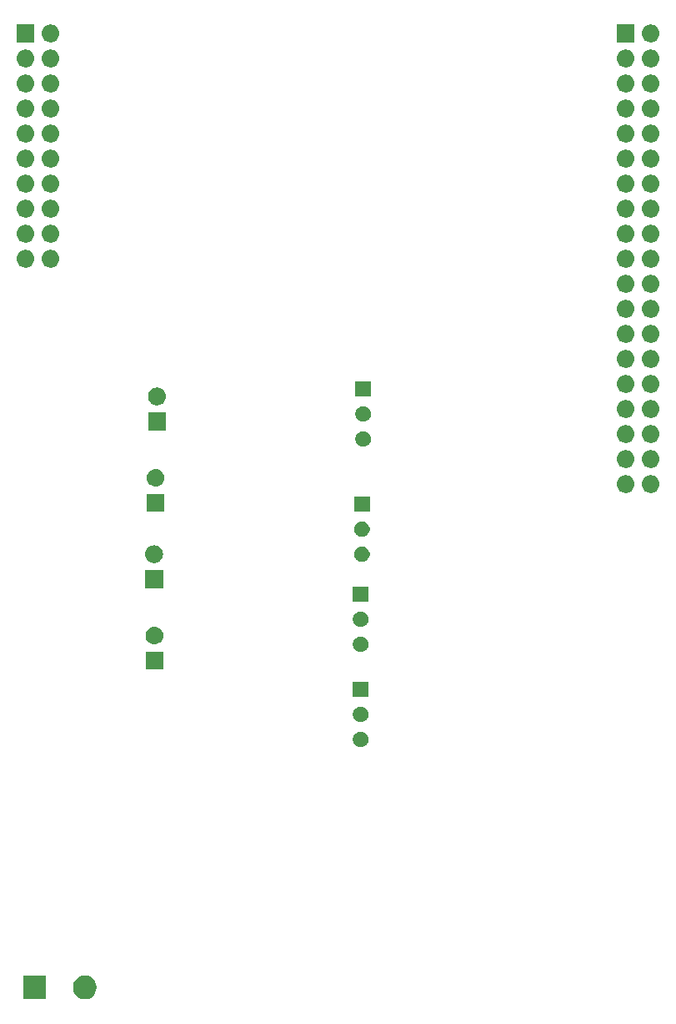
<source format=gbr>
G04 #@! TF.GenerationSoftware,KiCad,Pcbnew,(5.1.2)-2*
G04 #@! TF.CreationDate,2021-06-22T12:17:49+03:00*
G04 #@! TF.ProjectId,extension_board,65787465-6e73-4696-9f6e-5f626f617264,rev?*
G04 #@! TF.SameCoordinates,Original*
G04 #@! TF.FileFunction,Soldermask,Bot*
G04 #@! TF.FilePolarity,Negative*
%FSLAX46Y46*%
G04 Gerber Fmt 4.6, Leading zero omitted, Abs format (unit mm)*
G04 Created by KiCad (PCBNEW (5.1.2)-2) date 2021-06-22 12:17:49*
%MOMM*%
%LPD*%
G04 APERTURE LIST*
%ADD10C,0.100000*%
G04 APERTURE END LIST*
D10*
G36*
X88168318Y-142355153D02*
G01*
X88386885Y-142445687D01*
X88386887Y-142445688D01*
X88583593Y-142577122D01*
X88750878Y-142744407D01*
X88882312Y-142941113D01*
X88882313Y-142941115D01*
X88972847Y-143159682D01*
X89019000Y-143391710D01*
X89019000Y-143628290D01*
X88972847Y-143860318D01*
X88882313Y-144078885D01*
X88882312Y-144078887D01*
X88750878Y-144275593D01*
X88583593Y-144442878D01*
X88386887Y-144574312D01*
X88386886Y-144574313D01*
X88386885Y-144574313D01*
X88168318Y-144664847D01*
X87936290Y-144711000D01*
X87699710Y-144711000D01*
X87467682Y-144664847D01*
X87249115Y-144574313D01*
X87249114Y-144574313D01*
X87249113Y-144574312D01*
X87052407Y-144442878D01*
X86885122Y-144275593D01*
X86753688Y-144078887D01*
X86753687Y-144078885D01*
X86663153Y-143860318D01*
X86617000Y-143628290D01*
X86617000Y-143391710D01*
X86663153Y-143159682D01*
X86753687Y-142941115D01*
X86753688Y-142941113D01*
X86885122Y-142744407D01*
X87052407Y-142577122D01*
X87249113Y-142445688D01*
X87249115Y-142445687D01*
X87467682Y-142355153D01*
X87699710Y-142309000D01*
X87936290Y-142309000D01*
X88168318Y-142355153D01*
X88168318Y-142355153D01*
G37*
G36*
X83889000Y-144661000D02*
G01*
X81587000Y-144661000D01*
X81587000Y-142359000D01*
X83889000Y-142359000D01*
X83889000Y-144661000D01*
X83889000Y-144661000D01*
G37*
G36*
X116057642Y-117593781D02*
G01*
X116203414Y-117654162D01*
X116203416Y-117654163D01*
X116334608Y-117741822D01*
X116446178Y-117853392D01*
X116533837Y-117984584D01*
X116533838Y-117984586D01*
X116594219Y-118130358D01*
X116625000Y-118285107D01*
X116625000Y-118442893D01*
X116594219Y-118597642D01*
X116533838Y-118743414D01*
X116533837Y-118743416D01*
X116446178Y-118874608D01*
X116334608Y-118986178D01*
X116203416Y-119073837D01*
X116203415Y-119073838D01*
X116203414Y-119073838D01*
X116057642Y-119134219D01*
X115902893Y-119165000D01*
X115745107Y-119165000D01*
X115590358Y-119134219D01*
X115444586Y-119073838D01*
X115444585Y-119073838D01*
X115444584Y-119073837D01*
X115313392Y-118986178D01*
X115201822Y-118874608D01*
X115114163Y-118743416D01*
X115114162Y-118743414D01*
X115053781Y-118597642D01*
X115023000Y-118442893D01*
X115023000Y-118285107D01*
X115053781Y-118130358D01*
X115114162Y-117984586D01*
X115114163Y-117984584D01*
X115201822Y-117853392D01*
X115313392Y-117741822D01*
X115444584Y-117654163D01*
X115444586Y-117654162D01*
X115590358Y-117593781D01*
X115745107Y-117563000D01*
X115902893Y-117563000D01*
X116057642Y-117593781D01*
X116057642Y-117593781D01*
G37*
G36*
X116057642Y-115053781D02*
G01*
X116203414Y-115114162D01*
X116203416Y-115114163D01*
X116334608Y-115201822D01*
X116446178Y-115313392D01*
X116533837Y-115444584D01*
X116533838Y-115444586D01*
X116594219Y-115590358D01*
X116625000Y-115745107D01*
X116625000Y-115902893D01*
X116594219Y-116057642D01*
X116533838Y-116203414D01*
X116533837Y-116203416D01*
X116446178Y-116334608D01*
X116334608Y-116446178D01*
X116203416Y-116533837D01*
X116203415Y-116533838D01*
X116203414Y-116533838D01*
X116057642Y-116594219D01*
X115902893Y-116625000D01*
X115745107Y-116625000D01*
X115590358Y-116594219D01*
X115444586Y-116533838D01*
X115444585Y-116533838D01*
X115444584Y-116533837D01*
X115313392Y-116446178D01*
X115201822Y-116334608D01*
X115114163Y-116203416D01*
X115114162Y-116203414D01*
X115053781Y-116057642D01*
X115023000Y-115902893D01*
X115023000Y-115745107D01*
X115053781Y-115590358D01*
X115114162Y-115444586D01*
X115114163Y-115444584D01*
X115201822Y-115313392D01*
X115313392Y-115201822D01*
X115444584Y-115114163D01*
X115444586Y-115114162D01*
X115590358Y-115053781D01*
X115745107Y-115023000D01*
X115902893Y-115023000D01*
X116057642Y-115053781D01*
X116057642Y-115053781D01*
G37*
G36*
X116625000Y-114085000D02*
G01*
X115023000Y-114085000D01*
X115023000Y-112483000D01*
X116625000Y-112483000D01*
X116625000Y-114085000D01*
X116625000Y-114085000D01*
G37*
G36*
X95785000Y-111264000D02*
G01*
X93983000Y-111264000D01*
X93983000Y-109462000D01*
X95785000Y-109462000D01*
X95785000Y-111264000D01*
X95785000Y-111264000D01*
G37*
G36*
X116057642Y-107941781D02*
G01*
X116197289Y-107999625D01*
X116203416Y-108002163D01*
X116334608Y-108089822D01*
X116446178Y-108201392D01*
X116533837Y-108332584D01*
X116533838Y-108332586D01*
X116594219Y-108478358D01*
X116625000Y-108633107D01*
X116625000Y-108790893D01*
X116594219Y-108945642D01*
X116533838Y-109091414D01*
X116533837Y-109091416D01*
X116446178Y-109222608D01*
X116334608Y-109334178D01*
X116203416Y-109421837D01*
X116203415Y-109421838D01*
X116203414Y-109421838D01*
X116057642Y-109482219D01*
X115902893Y-109513000D01*
X115745107Y-109513000D01*
X115590358Y-109482219D01*
X115444586Y-109421838D01*
X115444585Y-109421838D01*
X115444584Y-109421837D01*
X115313392Y-109334178D01*
X115201822Y-109222608D01*
X115114163Y-109091416D01*
X115114162Y-109091414D01*
X115053781Y-108945642D01*
X115023000Y-108790893D01*
X115023000Y-108633107D01*
X115053781Y-108478358D01*
X115114162Y-108332586D01*
X115114163Y-108332584D01*
X115201822Y-108201392D01*
X115313392Y-108089822D01*
X115444584Y-108002163D01*
X115450711Y-107999625D01*
X115590358Y-107941781D01*
X115745107Y-107911000D01*
X115902893Y-107911000D01*
X116057642Y-107941781D01*
X116057642Y-107941781D01*
G37*
G36*
X94994443Y-106928519D02*
G01*
X95060627Y-106935037D01*
X95230466Y-106986557D01*
X95386991Y-107070222D01*
X95422729Y-107099552D01*
X95524186Y-107182814D01*
X95607448Y-107284271D01*
X95636778Y-107320009D01*
X95720443Y-107476534D01*
X95771963Y-107646373D01*
X95789359Y-107823000D01*
X95771963Y-107999627D01*
X95720443Y-108169466D01*
X95636778Y-108325991D01*
X95607448Y-108361729D01*
X95524186Y-108463186D01*
X95422729Y-108546448D01*
X95386991Y-108575778D01*
X95230466Y-108659443D01*
X95060627Y-108710963D01*
X94994443Y-108717481D01*
X94928260Y-108724000D01*
X94839740Y-108724000D01*
X94773557Y-108717481D01*
X94707373Y-108710963D01*
X94537534Y-108659443D01*
X94381009Y-108575778D01*
X94345271Y-108546448D01*
X94243814Y-108463186D01*
X94160552Y-108361729D01*
X94131222Y-108325991D01*
X94047557Y-108169466D01*
X93996037Y-107999627D01*
X93978641Y-107823000D01*
X93996037Y-107646373D01*
X94047557Y-107476534D01*
X94131222Y-107320009D01*
X94160552Y-107284271D01*
X94243814Y-107182814D01*
X94345271Y-107099552D01*
X94381009Y-107070222D01*
X94537534Y-106986557D01*
X94707373Y-106935037D01*
X94773557Y-106928519D01*
X94839740Y-106922000D01*
X94928260Y-106922000D01*
X94994443Y-106928519D01*
X94994443Y-106928519D01*
G37*
G36*
X116057642Y-105401781D02*
G01*
X116203414Y-105462162D01*
X116203416Y-105462163D01*
X116334608Y-105549822D01*
X116446178Y-105661392D01*
X116533837Y-105792584D01*
X116533838Y-105792586D01*
X116594219Y-105938358D01*
X116625000Y-106093107D01*
X116625000Y-106250893D01*
X116594219Y-106405642D01*
X116533838Y-106551414D01*
X116533837Y-106551416D01*
X116446178Y-106682608D01*
X116334608Y-106794178D01*
X116203416Y-106881837D01*
X116203415Y-106881838D01*
X116203414Y-106881838D01*
X116057642Y-106942219D01*
X115902893Y-106973000D01*
X115745107Y-106973000D01*
X115590358Y-106942219D01*
X115444586Y-106881838D01*
X115444585Y-106881838D01*
X115444584Y-106881837D01*
X115313392Y-106794178D01*
X115201822Y-106682608D01*
X115114163Y-106551416D01*
X115114162Y-106551414D01*
X115053781Y-106405642D01*
X115023000Y-106250893D01*
X115023000Y-106093107D01*
X115053781Y-105938358D01*
X115114162Y-105792586D01*
X115114163Y-105792584D01*
X115201822Y-105661392D01*
X115313392Y-105549822D01*
X115444584Y-105462163D01*
X115444586Y-105462162D01*
X115590358Y-105401781D01*
X115745107Y-105371000D01*
X115902893Y-105371000D01*
X116057642Y-105401781D01*
X116057642Y-105401781D01*
G37*
G36*
X116625000Y-104433000D02*
G01*
X115023000Y-104433000D01*
X115023000Y-102831000D01*
X116625000Y-102831000D01*
X116625000Y-104433000D01*
X116625000Y-104433000D01*
G37*
G36*
X95755000Y-103009000D02*
G01*
X93953000Y-103009000D01*
X93953000Y-101207000D01*
X95755000Y-101207000D01*
X95755000Y-103009000D01*
X95755000Y-103009000D01*
G37*
G36*
X94964442Y-98673518D02*
G01*
X95030627Y-98680037D01*
X95200466Y-98731557D01*
X95356991Y-98815222D01*
X95392729Y-98844552D01*
X95494186Y-98927814D01*
X95577448Y-99029271D01*
X95606778Y-99065009D01*
X95690443Y-99221534D01*
X95741963Y-99391373D01*
X95759359Y-99568000D01*
X95741963Y-99744627D01*
X95690443Y-99914466D01*
X95606778Y-100070991D01*
X95577448Y-100106729D01*
X95494186Y-100208186D01*
X95392729Y-100291448D01*
X95356991Y-100320778D01*
X95200466Y-100404443D01*
X95030627Y-100455963D01*
X94964442Y-100462482D01*
X94898260Y-100469000D01*
X94809740Y-100469000D01*
X94743557Y-100462481D01*
X94677373Y-100455963D01*
X94507534Y-100404443D01*
X94351009Y-100320778D01*
X94315271Y-100291448D01*
X94213814Y-100208186D01*
X94130552Y-100106729D01*
X94101222Y-100070991D01*
X94017557Y-99914466D01*
X93966037Y-99744627D01*
X93948641Y-99568000D01*
X93966037Y-99391373D01*
X94017557Y-99221534D01*
X94101222Y-99065009D01*
X94130552Y-99029271D01*
X94213814Y-98927814D01*
X94315271Y-98844552D01*
X94351009Y-98815222D01*
X94507534Y-98731557D01*
X94677373Y-98680037D01*
X94743558Y-98673518D01*
X94809740Y-98667000D01*
X94898260Y-98667000D01*
X94964442Y-98673518D01*
X94964442Y-98673518D01*
G37*
G36*
X116184642Y-98797781D02*
G01*
X116330414Y-98858162D01*
X116330416Y-98858163D01*
X116461608Y-98945822D01*
X116573178Y-99057392D01*
X116660837Y-99188584D01*
X116660838Y-99188586D01*
X116721219Y-99334358D01*
X116752000Y-99489107D01*
X116752000Y-99646893D01*
X116721219Y-99801642D01*
X116660838Y-99947414D01*
X116660837Y-99947416D01*
X116573178Y-100078608D01*
X116461608Y-100190178D01*
X116330416Y-100277837D01*
X116330415Y-100277838D01*
X116330414Y-100277838D01*
X116184642Y-100338219D01*
X116029893Y-100369000D01*
X115872107Y-100369000D01*
X115717358Y-100338219D01*
X115571586Y-100277838D01*
X115571585Y-100277838D01*
X115571584Y-100277837D01*
X115440392Y-100190178D01*
X115328822Y-100078608D01*
X115241163Y-99947416D01*
X115241162Y-99947414D01*
X115180781Y-99801642D01*
X115150000Y-99646893D01*
X115150000Y-99489107D01*
X115180781Y-99334358D01*
X115241162Y-99188586D01*
X115241163Y-99188584D01*
X115328822Y-99057392D01*
X115440392Y-98945822D01*
X115571584Y-98858163D01*
X115571586Y-98858162D01*
X115717358Y-98797781D01*
X115872107Y-98767000D01*
X116029893Y-98767000D01*
X116184642Y-98797781D01*
X116184642Y-98797781D01*
G37*
G36*
X116184642Y-96257781D02*
G01*
X116330414Y-96318162D01*
X116330416Y-96318163D01*
X116461608Y-96405822D01*
X116573178Y-96517392D01*
X116660837Y-96648584D01*
X116660838Y-96648586D01*
X116721219Y-96794358D01*
X116752000Y-96949107D01*
X116752000Y-97106893D01*
X116721219Y-97261642D01*
X116660838Y-97407414D01*
X116660837Y-97407416D01*
X116573178Y-97538608D01*
X116461608Y-97650178D01*
X116330416Y-97737837D01*
X116330415Y-97737838D01*
X116330414Y-97737838D01*
X116184642Y-97798219D01*
X116029893Y-97829000D01*
X115872107Y-97829000D01*
X115717358Y-97798219D01*
X115571586Y-97737838D01*
X115571585Y-97737838D01*
X115571584Y-97737837D01*
X115440392Y-97650178D01*
X115328822Y-97538608D01*
X115241163Y-97407416D01*
X115241162Y-97407414D01*
X115180781Y-97261642D01*
X115150000Y-97106893D01*
X115150000Y-96949107D01*
X115180781Y-96794358D01*
X115241162Y-96648586D01*
X115241163Y-96648584D01*
X115328822Y-96517392D01*
X115440392Y-96405822D01*
X115571584Y-96318163D01*
X115571586Y-96318162D01*
X115717358Y-96257781D01*
X115872107Y-96227000D01*
X116029893Y-96227000D01*
X116184642Y-96257781D01*
X116184642Y-96257781D01*
G37*
G36*
X116752000Y-95289000D02*
G01*
X115150000Y-95289000D01*
X115150000Y-93687000D01*
X116752000Y-93687000D01*
X116752000Y-95289000D01*
X116752000Y-95289000D01*
G37*
G36*
X95897000Y-95262000D02*
G01*
X94095000Y-95262000D01*
X94095000Y-93460000D01*
X95897000Y-93460000D01*
X95897000Y-95262000D01*
X95897000Y-95262000D01*
G37*
G36*
X142858443Y-91561519D02*
G01*
X142924627Y-91568037D01*
X143094466Y-91619557D01*
X143250991Y-91703222D01*
X143286729Y-91732552D01*
X143388186Y-91815814D01*
X143471448Y-91917271D01*
X143500778Y-91953009D01*
X143584443Y-92109534D01*
X143635963Y-92279373D01*
X143653359Y-92456000D01*
X143635963Y-92632627D01*
X143584443Y-92802466D01*
X143500778Y-92958991D01*
X143471448Y-92994729D01*
X143388186Y-93096186D01*
X143286729Y-93179448D01*
X143250991Y-93208778D01*
X143094466Y-93292443D01*
X142924627Y-93343963D01*
X142858442Y-93350482D01*
X142792260Y-93357000D01*
X142703740Y-93357000D01*
X142637558Y-93350482D01*
X142571373Y-93343963D01*
X142401534Y-93292443D01*
X142245009Y-93208778D01*
X142209271Y-93179448D01*
X142107814Y-93096186D01*
X142024552Y-92994729D01*
X141995222Y-92958991D01*
X141911557Y-92802466D01*
X141860037Y-92632627D01*
X141842641Y-92456000D01*
X141860037Y-92279373D01*
X141911557Y-92109534D01*
X141995222Y-91953009D01*
X142024552Y-91917271D01*
X142107814Y-91815814D01*
X142209271Y-91732552D01*
X142245009Y-91703222D01*
X142401534Y-91619557D01*
X142571373Y-91568037D01*
X142637557Y-91561519D01*
X142703740Y-91555000D01*
X142792260Y-91555000D01*
X142858443Y-91561519D01*
X142858443Y-91561519D01*
G37*
G36*
X145398443Y-91561519D02*
G01*
X145464627Y-91568037D01*
X145634466Y-91619557D01*
X145790991Y-91703222D01*
X145826729Y-91732552D01*
X145928186Y-91815814D01*
X146011448Y-91917271D01*
X146040778Y-91953009D01*
X146124443Y-92109534D01*
X146175963Y-92279373D01*
X146193359Y-92456000D01*
X146175963Y-92632627D01*
X146124443Y-92802466D01*
X146040778Y-92958991D01*
X146011448Y-92994729D01*
X145928186Y-93096186D01*
X145826729Y-93179448D01*
X145790991Y-93208778D01*
X145634466Y-93292443D01*
X145464627Y-93343963D01*
X145398442Y-93350482D01*
X145332260Y-93357000D01*
X145243740Y-93357000D01*
X145177558Y-93350482D01*
X145111373Y-93343963D01*
X144941534Y-93292443D01*
X144785009Y-93208778D01*
X144749271Y-93179448D01*
X144647814Y-93096186D01*
X144564552Y-92994729D01*
X144535222Y-92958991D01*
X144451557Y-92802466D01*
X144400037Y-92632627D01*
X144382641Y-92456000D01*
X144400037Y-92279373D01*
X144451557Y-92109534D01*
X144535222Y-91953009D01*
X144564552Y-91917271D01*
X144647814Y-91815814D01*
X144749271Y-91732552D01*
X144785009Y-91703222D01*
X144941534Y-91619557D01*
X145111373Y-91568037D01*
X145177557Y-91561519D01*
X145243740Y-91555000D01*
X145332260Y-91555000D01*
X145398443Y-91561519D01*
X145398443Y-91561519D01*
G37*
G36*
X95106443Y-90926519D02*
G01*
X95172627Y-90933037D01*
X95342466Y-90984557D01*
X95498991Y-91068222D01*
X95534729Y-91097552D01*
X95636186Y-91180814D01*
X95719448Y-91282271D01*
X95748778Y-91318009D01*
X95832443Y-91474534D01*
X95883963Y-91644373D01*
X95901359Y-91821000D01*
X95883963Y-91997627D01*
X95832443Y-92167466D01*
X95748778Y-92323991D01*
X95719448Y-92359729D01*
X95636186Y-92461186D01*
X95534729Y-92544448D01*
X95498991Y-92573778D01*
X95342466Y-92657443D01*
X95172627Y-92708963D01*
X95106443Y-92715481D01*
X95040260Y-92722000D01*
X94951740Y-92722000D01*
X94885557Y-92715481D01*
X94819373Y-92708963D01*
X94649534Y-92657443D01*
X94493009Y-92573778D01*
X94457271Y-92544448D01*
X94355814Y-92461186D01*
X94272552Y-92359729D01*
X94243222Y-92323991D01*
X94159557Y-92167466D01*
X94108037Y-91997627D01*
X94090641Y-91821000D01*
X94108037Y-91644373D01*
X94159557Y-91474534D01*
X94243222Y-91318009D01*
X94272552Y-91282271D01*
X94355814Y-91180814D01*
X94457271Y-91097552D01*
X94493009Y-91068222D01*
X94649534Y-90984557D01*
X94819373Y-90933037D01*
X94885557Y-90926519D01*
X94951740Y-90920000D01*
X95040260Y-90920000D01*
X95106443Y-90926519D01*
X95106443Y-90926519D01*
G37*
G36*
X145398442Y-89021518D02*
G01*
X145464627Y-89028037D01*
X145634466Y-89079557D01*
X145790991Y-89163222D01*
X145826729Y-89192552D01*
X145928186Y-89275814D01*
X146011448Y-89377271D01*
X146040778Y-89413009D01*
X146124443Y-89569534D01*
X146175963Y-89739373D01*
X146193359Y-89916000D01*
X146175963Y-90092627D01*
X146124443Y-90262466D01*
X146040778Y-90418991D01*
X146011448Y-90454729D01*
X145928186Y-90556186D01*
X145826729Y-90639448D01*
X145790991Y-90668778D01*
X145634466Y-90752443D01*
X145464627Y-90803963D01*
X145398443Y-90810481D01*
X145332260Y-90817000D01*
X145243740Y-90817000D01*
X145177557Y-90810481D01*
X145111373Y-90803963D01*
X144941534Y-90752443D01*
X144785009Y-90668778D01*
X144749271Y-90639448D01*
X144647814Y-90556186D01*
X144564552Y-90454729D01*
X144535222Y-90418991D01*
X144451557Y-90262466D01*
X144400037Y-90092627D01*
X144382641Y-89916000D01*
X144400037Y-89739373D01*
X144451557Y-89569534D01*
X144535222Y-89413009D01*
X144564552Y-89377271D01*
X144647814Y-89275814D01*
X144749271Y-89192552D01*
X144785009Y-89163222D01*
X144941534Y-89079557D01*
X145111373Y-89028037D01*
X145177558Y-89021518D01*
X145243740Y-89015000D01*
X145332260Y-89015000D01*
X145398442Y-89021518D01*
X145398442Y-89021518D01*
G37*
G36*
X142858442Y-89021518D02*
G01*
X142924627Y-89028037D01*
X143094466Y-89079557D01*
X143250991Y-89163222D01*
X143286729Y-89192552D01*
X143388186Y-89275814D01*
X143471448Y-89377271D01*
X143500778Y-89413009D01*
X143584443Y-89569534D01*
X143635963Y-89739373D01*
X143653359Y-89916000D01*
X143635963Y-90092627D01*
X143584443Y-90262466D01*
X143500778Y-90418991D01*
X143471448Y-90454729D01*
X143388186Y-90556186D01*
X143286729Y-90639448D01*
X143250991Y-90668778D01*
X143094466Y-90752443D01*
X142924627Y-90803963D01*
X142858443Y-90810481D01*
X142792260Y-90817000D01*
X142703740Y-90817000D01*
X142637557Y-90810481D01*
X142571373Y-90803963D01*
X142401534Y-90752443D01*
X142245009Y-90668778D01*
X142209271Y-90639448D01*
X142107814Y-90556186D01*
X142024552Y-90454729D01*
X141995222Y-90418991D01*
X141911557Y-90262466D01*
X141860037Y-90092627D01*
X141842641Y-89916000D01*
X141860037Y-89739373D01*
X141911557Y-89569534D01*
X141995222Y-89413009D01*
X142024552Y-89377271D01*
X142107814Y-89275814D01*
X142209271Y-89192552D01*
X142245009Y-89163222D01*
X142401534Y-89079557D01*
X142571373Y-89028037D01*
X142637558Y-89021518D01*
X142703740Y-89015000D01*
X142792260Y-89015000D01*
X142858442Y-89021518D01*
X142858442Y-89021518D01*
G37*
G36*
X116311642Y-87113781D02*
G01*
X116457414Y-87174162D01*
X116457416Y-87174163D01*
X116588608Y-87261822D01*
X116700178Y-87373392D01*
X116787837Y-87504584D01*
X116787838Y-87504586D01*
X116848219Y-87650358D01*
X116879000Y-87805107D01*
X116879000Y-87962893D01*
X116848219Y-88117642D01*
X116808951Y-88212442D01*
X116787837Y-88263416D01*
X116700178Y-88394608D01*
X116588608Y-88506178D01*
X116457416Y-88593837D01*
X116457415Y-88593838D01*
X116457414Y-88593838D01*
X116311642Y-88654219D01*
X116156893Y-88685000D01*
X115999107Y-88685000D01*
X115844358Y-88654219D01*
X115698586Y-88593838D01*
X115698585Y-88593838D01*
X115698584Y-88593837D01*
X115567392Y-88506178D01*
X115455822Y-88394608D01*
X115368163Y-88263416D01*
X115347049Y-88212442D01*
X115307781Y-88117642D01*
X115277000Y-87962893D01*
X115277000Y-87805107D01*
X115307781Y-87650358D01*
X115368162Y-87504586D01*
X115368163Y-87504584D01*
X115455822Y-87373392D01*
X115567392Y-87261822D01*
X115698584Y-87174163D01*
X115698586Y-87174162D01*
X115844358Y-87113781D01*
X115999107Y-87083000D01*
X116156893Y-87083000D01*
X116311642Y-87113781D01*
X116311642Y-87113781D01*
G37*
G36*
X142858442Y-86481518D02*
G01*
X142924627Y-86488037D01*
X143094466Y-86539557D01*
X143250991Y-86623222D01*
X143286729Y-86652552D01*
X143388186Y-86735814D01*
X143471448Y-86837271D01*
X143500778Y-86873009D01*
X143584443Y-87029534D01*
X143635963Y-87199373D01*
X143653359Y-87376000D01*
X143635963Y-87552627D01*
X143584443Y-87722466D01*
X143500778Y-87878991D01*
X143471448Y-87914729D01*
X143388186Y-88016186D01*
X143286729Y-88099448D01*
X143250991Y-88128778D01*
X143094466Y-88212443D01*
X142924627Y-88263963D01*
X142858442Y-88270482D01*
X142792260Y-88277000D01*
X142703740Y-88277000D01*
X142637558Y-88270482D01*
X142571373Y-88263963D01*
X142401534Y-88212443D01*
X142245009Y-88128778D01*
X142209271Y-88099448D01*
X142107814Y-88016186D01*
X142024552Y-87914729D01*
X141995222Y-87878991D01*
X141911557Y-87722466D01*
X141860037Y-87552627D01*
X141842641Y-87376000D01*
X141860037Y-87199373D01*
X141911557Y-87029534D01*
X141995222Y-86873009D01*
X142024552Y-86837271D01*
X142107814Y-86735814D01*
X142209271Y-86652552D01*
X142245009Y-86623222D01*
X142401534Y-86539557D01*
X142571373Y-86488037D01*
X142637558Y-86481518D01*
X142703740Y-86475000D01*
X142792260Y-86475000D01*
X142858442Y-86481518D01*
X142858442Y-86481518D01*
G37*
G36*
X145398442Y-86481518D02*
G01*
X145464627Y-86488037D01*
X145634466Y-86539557D01*
X145790991Y-86623222D01*
X145826729Y-86652552D01*
X145928186Y-86735814D01*
X146011448Y-86837271D01*
X146040778Y-86873009D01*
X146124443Y-87029534D01*
X146175963Y-87199373D01*
X146193359Y-87376000D01*
X146175963Y-87552627D01*
X146124443Y-87722466D01*
X146040778Y-87878991D01*
X146011448Y-87914729D01*
X145928186Y-88016186D01*
X145826729Y-88099448D01*
X145790991Y-88128778D01*
X145634466Y-88212443D01*
X145464627Y-88263963D01*
X145398442Y-88270482D01*
X145332260Y-88277000D01*
X145243740Y-88277000D01*
X145177558Y-88270482D01*
X145111373Y-88263963D01*
X144941534Y-88212443D01*
X144785009Y-88128778D01*
X144749271Y-88099448D01*
X144647814Y-88016186D01*
X144564552Y-87914729D01*
X144535222Y-87878991D01*
X144451557Y-87722466D01*
X144400037Y-87552627D01*
X144382641Y-87376000D01*
X144400037Y-87199373D01*
X144451557Y-87029534D01*
X144535222Y-86873009D01*
X144564552Y-86837271D01*
X144647814Y-86735814D01*
X144749271Y-86652552D01*
X144785009Y-86623222D01*
X144941534Y-86539557D01*
X145111373Y-86488037D01*
X145177558Y-86481518D01*
X145243740Y-86475000D01*
X145332260Y-86475000D01*
X145398442Y-86481518D01*
X145398442Y-86481518D01*
G37*
G36*
X96039000Y-87007000D02*
G01*
X94237000Y-87007000D01*
X94237000Y-85205000D01*
X96039000Y-85205000D01*
X96039000Y-87007000D01*
X96039000Y-87007000D01*
G37*
G36*
X116311642Y-84573781D02*
G01*
X116457414Y-84634162D01*
X116457416Y-84634163D01*
X116588608Y-84721822D01*
X116700178Y-84833392D01*
X116787837Y-84964584D01*
X116787838Y-84964586D01*
X116848219Y-85110358D01*
X116879000Y-85265107D01*
X116879000Y-85422893D01*
X116848219Y-85577642D01*
X116808951Y-85672442D01*
X116787837Y-85723416D01*
X116700178Y-85854608D01*
X116588608Y-85966178D01*
X116457416Y-86053837D01*
X116457415Y-86053838D01*
X116457414Y-86053838D01*
X116311642Y-86114219D01*
X116156893Y-86145000D01*
X115999107Y-86145000D01*
X115844358Y-86114219D01*
X115698586Y-86053838D01*
X115698585Y-86053838D01*
X115698584Y-86053837D01*
X115567392Y-85966178D01*
X115455822Y-85854608D01*
X115368163Y-85723416D01*
X115347049Y-85672442D01*
X115307781Y-85577642D01*
X115277000Y-85422893D01*
X115277000Y-85265107D01*
X115307781Y-85110358D01*
X115368162Y-84964586D01*
X115368163Y-84964584D01*
X115455822Y-84833392D01*
X115567392Y-84721822D01*
X115698584Y-84634163D01*
X115698586Y-84634162D01*
X115844358Y-84573781D01*
X115999107Y-84543000D01*
X116156893Y-84543000D01*
X116311642Y-84573781D01*
X116311642Y-84573781D01*
G37*
G36*
X145398443Y-83941519D02*
G01*
X145464627Y-83948037D01*
X145634466Y-83999557D01*
X145790991Y-84083222D01*
X145826729Y-84112552D01*
X145928186Y-84195814D01*
X146011448Y-84297271D01*
X146040778Y-84333009D01*
X146124443Y-84489534D01*
X146175963Y-84659373D01*
X146193359Y-84836000D01*
X146175963Y-85012627D01*
X146124443Y-85182466D01*
X146040778Y-85338991D01*
X146011448Y-85374729D01*
X145928186Y-85476186D01*
X145826729Y-85559448D01*
X145790991Y-85588778D01*
X145634466Y-85672443D01*
X145464627Y-85723963D01*
X145398443Y-85730481D01*
X145332260Y-85737000D01*
X145243740Y-85737000D01*
X145177557Y-85730481D01*
X145111373Y-85723963D01*
X144941534Y-85672443D01*
X144785009Y-85588778D01*
X144749271Y-85559448D01*
X144647814Y-85476186D01*
X144564552Y-85374729D01*
X144535222Y-85338991D01*
X144451557Y-85182466D01*
X144400037Y-85012627D01*
X144382641Y-84836000D01*
X144400037Y-84659373D01*
X144451557Y-84489534D01*
X144535222Y-84333009D01*
X144564552Y-84297271D01*
X144647814Y-84195814D01*
X144749271Y-84112552D01*
X144785009Y-84083222D01*
X144941534Y-83999557D01*
X145111373Y-83948037D01*
X145177557Y-83941519D01*
X145243740Y-83935000D01*
X145332260Y-83935000D01*
X145398443Y-83941519D01*
X145398443Y-83941519D01*
G37*
G36*
X142858443Y-83941519D02*
G01*
X142924627Y-83948037D01*
X143094466Y-83999557D01*
X143250991Y-84083222D01*
X143286729Y-84112552D01*
X143388186Y-84195814D01*
X143471448Y-84297271D01*
X143500778Y-84333009D01*
X143584443Y-84489534D01*
X143635963Y-84659373D01*
X143653359Y-84836000D01*
X143635963Y-85012627D01*
X143584443Y-85182466D01*
X143500778Y-85338991D01*
X143471448Y-85374729D01*
X143388186Y-85476186D01*
X143286729Y-85559448D01*
X143250991Y-85588778D01*
X143094466Y-85672443D01*
X142924627Y-85723963D01*
X142858443Y-85730481D01*
X142792260Y-85737000D01*
X142703740Y-85737000D01*
X142637557Y-85730481D01*
X142571373Y-85723963D01*
X142401534Y-85672443D01*
X142245009Y-85588778D01*
X142209271Y-85559448D01*
X142107814Y-85476186D01*
X142024552Y-85374729D01*
X141995222Y-85338991D01*
X141911557Y-85182466D01*
X141860037Y-85012627D01*
X141842641Y-84836000D01*
X141860037Y-84659373D01*
X141911557Y-84489534D01*
X141995222Y-84333009D01*
X142024552Y-84297271D01*
X142107814Y-84195814D01*
X142209271Y-84112552D01*
X142245009Y-84083222D01*
X142401534Y-83999557D01*
X142571373Y-83948037D01*
X142637557Y-83941519D01*
X142703740Y-83935000D01*
X142792260Y-83935000D01*
X142858443Y-83941519D01*
X142858443Y-83941519D01*
G37*
G36*
X95248442Y-82671518D02*
G01*
X95314627Y-82678037D01*
X95484466Y-82729557D01*
X95640991Y-82813222D01*
X95676729Y-82842552D01*
X95778186Y-82925814D01*
X95861448Y-83027271D01*
X95890778Y-83063009D01*
X95974443Y-83219534D01*
X96025963Y-83389373D01*
X96043359Y-83566000D01*
X96025963Y-83742627D01*
X95974443Y-83912466D01*
X95890778Y-84068991D01*
X95861448Y-84104729D01*
X95778186Y-84206186D01*
X95676729Y-84289448D01*
X95640991Y-84318778D01*
X95484466Y-84402443D01*
X95314627Y-84453963D01*
X95248443Y-84460481D01*
X95182260Y-84467000D01*
X95093740Y-84467000D01*
X95027557Y-84460481D01*
X94961373Y-84453963D01*
X94791534Y-84402443D01*
X94635009Y-84318778D01*
X94599271Y-84289448D01*
X94497814Y-84206186D01*
X94414552Y-84104729D01*
X94385222Y-84068991D01*
X94301557Y-83912466D01*
X94250037Y-83742627D01*
X94232641Y-83566000D01*
X94250037Y-83389373D01*
X94301557Y-83219534D01*
X94385222Y-83063009D01*
X94414552Y-83027271D01*
X94497814Y-82925814D01*
X94599271Y-82842552D01*
X94635009Y-82813222D01*
X94791534Y-82729557D01*
X94961373Y-82678037D01*
X95027558Y-82671518D01*
X95093740Y-82665000D01*
X95182260Y-82665000D01*
X95248442Y-82671518D01*
X95248442Y-82671518D01*
G37*
G36*
X116879000Y-83605000D02*
G01*
X115277000Y-83605000D01*
X115277000Y-82003000D01*
X116879000Y-82003000D01*
X116879000Y-83605000D01*
X116879000Y-83605000D01*
G37*
G36*
X142858443Y-81401519D02*
G01*
X142924627Y-81408037D01*
X143094466Y-81459557D01*
X143250991Y-81543222D01*
X143286729Y-81572552D01*
X143388186Y-81655814D01*
X143471448Y-81757271D01*
X143500778Y-81793009D01*
X143584443Y-81949534D01*
X143635963Y-82119373D01*
X143653359Y-82296000D01*
X143635963Y-82472627D01*
X143584443Y-82642466D01*
X143500778Y-82798991D01*
X143471448Y-82834729D01*
X143388186Y-82936186D01*
X143286729Y-83019448D01*
X143250991Y-83048778D01*
X143094466Y-83132443D01*
X142924627Y-83183963D01*
X142858442Y-83190482D01*
X142792260Y-83197000D01*
X142703740Y-83197000D01*
X142637558Y-83190482D01*
X142571373Y-83183963D01*
X142401534Y-83132443D01*
X142245009Y-83048778D01*
X142209271Y-83019448D01*
X142107814Y-82936186D01*
X142024552Y-82834729D01*
X141995222Y-82798991D01*
X141911557Y-82642466D01*
X141860037Y-82472627D01*
X141842641Y-82296000D01*
X141860037Y-82119373D01*
X141911557Y-81949534D01*
X141995222Y-81793009D01*
X142024552Y-81757271D01*
X142107814Y-81655814D01*
X142209271Y-81572552D01*
X142245009Y-81543222D01*
X142401534Y-81459557D01*
X142571373Y-81408037D01*
X142637557Y-81401519D01*
X142703740Y-81395000D01*
X142792260Y-81395000D01*
X142858443Y-81401519D01*
X142858443Y-81401519D01*
G37*
G36*
X145398443Y-81401519D02*
G01*
X145464627Y-81408037D01*
X145634466Y-81459557D01*
X145790991Y-81543222D01*
X145826729Y-81572552D01*
X145928186Y-81655814D01*
X146011448Y-81757271D01*
X146040778Y-81793009D01*
X146124443Y-81949534D01*
X146175963Y-82119373D01*
X146193359Y-82296000D01*
X146175963Y-82472627D01*
X146124443Y-82642466D01*
X146040778Y-82798991D01*
X146011448Y-82834729D01*
X145928186Y-82936186D01*
X145826729Y-83019448D01*
X145790991Y-83048778D01*
X145634466Y-83132443D01*
X145464627Y-83183963D01*
X145398442Y-83190482D01*
X145332260Y-83197000D01*
X145243740Y-83197000D01*
X145177558Y-83190482D01*
X145111373Y-83183963D01*
X144941534Y-83132443D01*
X144785009Y-83048778D01*
X144749271Y-83019448D01*
X144647814Y-82936186D01*
X144564552Y-82834729D01*
X144535222Y-82798991D01*
X144451557Y-82642466D01*
X144400037Y-82472627D01*
X144382641Y-82296000D01*
X144400037Y-82119373D01*
X144451557Y-81949534D01*
X144535222Y-81793009D01*
X144564552Y-81757271D01*
X144647814Y-81655814D01*
X144749271Y-81572552D01*
X144785009Y-81543222D01*
X144941534Y-81459557D01*
X145111373Y-81408037D01*
X145177557Y-81401519D01*
X145243740Y-81395000D01*
X145332260Y-81395000D01*
X145398443Y-81401519D01*
X145398443Y-81401519D01*
G37*
G36*
X145398443Y-78861519D02*
G01*
X145464627Y-78868037D01*
X145634466Y-78919557D01*
X145790991Y-79003222D01*
X145826729Y-79032552D01*
X145928186Y-79115814D01*
X146011448Y-79217271D01*
X146040778Y-79253009D01*
X146124443Y-79409534D01*
X146175963Y-79579373D01*
X146193359Y-79756000D01*
X146175963Y-79932627D01*
X146124443Y-80102466D01*
X146040778Y-80258991D01*
X146011448Y-80294729D01*
X145928186Y-80396186D01*
X145826729Y-80479448D01*
X145790991Y-80508778D01*
X145634466Y-80592443D01*
X145464627Y-80643963D01*
X145398443Y-80650481D01*
X145332260Y-80657000D01*
X145243740Y-80657000D01*
X145177557Y-80650481D01*
X145111373Y-80643963D01*
X144941534Y-80592443D01*
X144785009Y-80508778D01*
X144749271Y-80479448D01*
X144647814Y-80396186D01*
X144564552Y-80294729D01*
X144535222Y-80258991D01*
X144451557Y-80102466D01*
X144400037Y-79932627D01*
X144382641Y-79756000D01*
X144400037Y-79579373D01*
X144451557Y-79409534D01*
X144535222Y-79253009D01*
X144564552Y-79217271D01*
X144647814Y-79115814D01*
X144749271Y-79032552D01*
X144785009Y-79003222D01*
X144941534Y-78919557D01*
X145111373Y-78868037D01*
X145177557Y-78861519D01*
X145243740Y-78855000D01*
X145332260Y-78855000D01*
X145398443Y-78861519D01*
X145398443Y-78861519D01*
G37*
G36*
X142858443Y-78861519D02*
G01*
X142924627Y-78868037D01*
X143094466Y-78919557D01*
X143250991Y-79003222D01*
X143286729Y-79032552D01*
X143388186Y-79115814D01*
X143471448Y-79217271D01*
X143500778Y-79253009D01*
X143584443Y-79409534D01*
X143635963Y-79579373D01*
X143653359Y-79756000D01*
X143635963Y-79932627D01*
X143584443Y-80102466D01*
X143500778Y-80258991D01*
X143471448Y-80294729D01*
X143388186Y-80396186D01*
X143286729Y-80479448D01*
X143250991Y-80508778D01*
X143094466Y-80592443D01*
X142924627Y-80643963D01*
X142858443Y-80650481D01*
X142792260Y-80657000D01*
X142703740Y-80657000D01*
X142637557Y-80650481D01*
X142571373Y-80643963D01*
X142401534Y-80592443D01*
X142245009Y-80508778D01*
X142209271Y-80479448D01*
X142107814Y-80396186D01*
X142024552Y-80294729D01*
X141995222Y-80258991D01*
X141911557Y-80102466D01*
X141860037Y-79932627D01*
X141842641Y-79756000D01*
X141860037Y-79579373D01*
X141911557Y-79409534D01*
X141995222Y-79253009D01*
X142024552Y-79217271D01*
X142107814Y-79115814D01*
X142209271Y-79032552D01*
X142245009Y-79003222D01*
X142401534Y-78919557D01*
X142571373Y-78868037D01*
X142637557Y-78861519D01*
X142703740Y-78855000D01*
X142792260Y-78855000D01*
X142858443Y-78861519D01*
X142858443Y-78861519D01*
G37*
G36*
X145398442Y-76321518D02*
G01*
X145464627Y-76328037D01*
X145634466Y-76379557D01*
X145790991Y-76463222D01*
X145826729Y-76492552D01*
X145928186Y-76575814D01*
X146011448Y-76677271D01*
X146040778Y-76713009D01*
X146124443Y-76869534D01*
X146175963Y-77039373D01*
X146193359Y-77216000D01*
X146175963Y-77392627D01*
X146124443Y-77562466D01*
X146040778Y-77718991D01*
X146011448Y-77754729D01*
X145928186Y-77856186D01*
X145826729Y-77939448D01*
X145790991Y-77968778D01*
X145634466Y-78052443D01*
X145464627Y-78103963D01*
X145398442Y-78110482D01*
X145332260Y-78117000D01*
X145243740Y-78117000D01*
X145177558Y-78110482D01*
X145111373Y-78103963D01*
X144941534Y-78052443D01*
X144785009Y-77968778D01*
X144749271Y-77939448D01*
X144647814Y-77856186D01*
X144564552Y-77754729D01*
X144535222Y-77718991D01*
X144451557Y-77562466D01*
X144400037Y-77392627D01*
X144382641Y-77216000D01*
X144400037Y-77039373D01*
X144451557Y-76869534D01*
X144535222Y-76713009D01*
X144564552Y-76677271D01*
X144647814Y-76575814D01*
X144749271Y-76492552D01*
X144785009Y-76463222D01*
X144941534Y-76379557D01*
X145111373Y-76328037D01*
X145177558Y-76321518D01*
X145243740Y-76315000D01*
X145332260Y-76315000D01*
X145398442Y-76321518D01*
X145398442Y-76321518D01*
G37*
G36*
X142858442Y-76321518D02*
G01*
X142924627Y-76328037D01*
X143094466Y-76379557D01*
X143250991Y-76463222D01*
X143286729Y-76492552D01*
X143388186Y-76575814D01*
X143471448Y-76677271D01*
X143500778Y-76713009D01*
X143584443Y-76869534D01*
X143635963Y-77039373D01*
X143653359Y-77216000D01*
X143635963Y-77392627D01*
X143584443Y-77562466D01*
X143500778Y-77718991D01*
X143471448Y-77754729D01*
X143388186Y-77856186D01*
X143286729Y-77939448D01*
X143250991Y-77968778D01*
X143094466Y-78052443D01*
X142924627Y-78103963D01*
X142858442Y-78110482D01*
X142792260Y-78117000D01*
X142703740Y-78117000D01*
X142637558Y-78110482D01*
X142571373Y-78103963D01*
X142401534Y-78052443D01*
X142245009Y-77968778D01*
X142209271Y-77939448D01*
X142107814Y-77856186D01*
X142024552Y-77754729D01*
X141995222Y-77718991D01*
X141911557Y-77562466D01*
X141860037Y-77392627D01*
X141842641Y-77216000D01*
X141860037Y-77039373D01*
X141911557Y-76869534D01*
X141995222Y-76713009D01*
X142024552Y-76677271D01*
X142107814Y-76575814D01*
X142209271Y-76492552D01*
X142245009Y-76463222D01*
X142401534Y-76379557D01*
X142571373Y-76328037D01*
X142637558Y-76321518D01*
X142703740Y-76315000D01*
X142792260Y-76315000D01*
X142858442Y-76321518D01*
X142858442Y-76321518D01*
G37*
G36*
X142858443Y-73781519D02*
G01*
X142924627Y-73788037D01*
X143094466Y-73839557D01*
X143250991Y-73923222D01*
X143286729Y-73952552D01*
X143388186Y-74035814D01*
X143471448Y-74137271D01*
X143500778Y-74173009D01*
X143584443Y-74329534D01*
X143635963Y-74499373D01*
X143653359Y-74676000D01*
X143635963Y-74852627D01*
X143584443Y-75022466D01*
X143500778Y-75178991D01*
X143471448Y-75214729D01*
X143388186Y-75316186D01*
X143286729Y-75399448D01*
X143250991Y-75428778D01*
X143094466Y-75512443D01*
X142924627Y-75563963D01*
X142858443Y-75570481D01*
X142792260Y-75577000D01*
X142703740Y-75577000D01*
X142637557Y-75570481D01*
X142571373Y-75563963D01*
X142401534Y-75512443D01*
X142245009Y-75428778D01*
X142209271Y-75399448D01*
X142107814Y-75316186D01*
X142024552Y-75214729D01*
X141995222Y-75178991D01*
X141911557Y-75022466D01*
X141860037Y-74852627D01*
X141842641Y-74676000D01*
X141860037Y-74499373D01*
X141911557Y-74329534D01*
X141995222Y-74173009D01*
X142024552Y-74137271D01*
X142107814Y-74035814D01*
X142209271Y-73952552D01*
X142245009Y-73923222D01*
X142401534Y-73839557D01*
X142571373Y-73788037D01*
X142637557Y-73781519D01*
X142703740Y-73775000D01*
X142792260Y-73775000D01*
X142858443Y-73781519D01*
X142858443Y-73781519D01*
G37*
G36*
X145398443Y-73781519D02*
G01*
X145464627Y-73788037D01*
X145634466Y-73839557D01*
X145790991Y-73923222D01*
X145826729Y-73952552D01*
X145928186Y-74035814D01*
X146011448Y-74137271D01*
X146040778Y-74173009D01*
X146124443Y-74329534D01*
X146175963Y-74499373D01*
X146193359Y-74676000D01*
X146175963Y-74852627D01*
X146124443Y-75022466D01*
X146040778Y-75178991D01*
X146011448Y-75214729D01*
X145928186Y-75316186D01*
X145826729Y-75399448D01*
X145790991Y-75428778D01*
X145634466Y-75512443D01*
X145464627Y-75563963D01*
X145398443Y-75570481D01*
X145332260Y-75577000D01*
X145243740Y-75577000D01*
X145177557Y-75570481D01*
X145111373Y-75563963D01*
X144941534Y-75512443D01*
X144785009Y-75428778D01*
X144749271Y-75399448D01*
X144647814Y-75316186D01*
X144564552Y-75214729D01*
X144535222Y-75178991D01*
X144451557Y-75022466D01*
X144400037Y-74852627D01*
X144382641Y-74676000D01*
X144400037Y-74499373D01*
X144451557Y-74329534D01*
X144535222Y-74173009D01*
X144564552Y-74137271D01*
X144647814Y-74035814D01*
X144749271Y-73952552D01*
X144785009Y-73923222D01*
X144941534Y-73839557D01*
X145111373Y-73788037D01*
X145177557Y-73781519D01*
X145243740Y-73775000D01*
X145332260Y-73775000D01*
X145398443Y-73781519D01*
X145398443Y-73781519D01*
G37*
G36*
X142858443Y-71241519D02*
G01*
X142924627Y-71248037D01*
X143094466Y-71299557D01*
X143250991Y-71383222D01*
X143286729Y-71412552D01*
X143388186Y-71495814D01*
X143471448Y-71597271D01*
X143500778Y-71633009D01*
X143584443Y-71789534D01*
X143635963Y-71959373D01*
X143653359Y-72136000D01*
X143635963Y-72312627D01*
X143584443Y-72482466D01*
X143500778Y-72638991D01*
X143471448Y-72674729D01*
X143388186Y-72776186D01*
X143286729Y-72859448D01*
X143250991Y-72888778D01*
X143094466Y-72972443D01*
X142924627Y-73023963D01*
X142858443Y-73030481D01*
X142792260Y-73037000D01*
X142703740Y-73037000D01*
X142637557Y-73030481D01*
X142571373Y-73023963D01*
X142401534Y-72972443D01*
X142245009Y-72888778D01*
X142209271Y-72859448D01*
X142107814Y-72776186D01*
X142024552Y-72674729D01*
X141995222Y-72638991D01*
X141911557Y-72482466D01*
X141860037Y-72312627D01*
X141842641Y-72136000D01*
X141860037Y-71959373D01*
X141911557Y-71789534D01*
X141995222Y-71633009D01*
X142024552Y-71597271D01*
X142107814Y-71495814D01*
X142209271Y-71412552D01*
X142245009Y-71383222D01*
X142401534Y-71299557D01*
X142571373Y-71248037D01*
X142637557Y-71241519D01*
X142703740Y-71235000D01*
X142792260Y-71235000D01*
X142858443Y-71241519D01*
X142858443Y-71241519D01*
G37*
G36*
X145398443Y-71241519D02*
G01*
X145464627Y-71248037D01*
X145634466Y-71299557D01*
X145790991Y-71383222D01*
X145826729Y-71412552D01*
X145928186Y-71495814D01*
X146011448Y-71597271D01*
X146040778Y-71633009D01*
X146124443Y-71789534D01*
X146175963Y-71959373D01*
X146193359Y-72136000D01*
X146175963Y-72312627D01*
X146124443Y-72482466D01*
X146040778Y-72638991D01*
X146011448Y-72674729D01*
X145928186Y-72776186D01*
X145826729Y-72859448D01*
X145790991Y-72888778D01*
X145634466Y-72972443D01*
X145464627Y-73023963D01*
X145398443Y-73030481D01*
X145332260Y-73037000D01*
X145243740Y-73037000D01*
X145177557Y-73030481D01*
X145111373Y-73023963D01*
X144941534Y-72972443D01*
X144785009Y-72888778D01*
X144749271Y-72859448D01*
X144647814Y-72776186D01*
X144564552Y-72674729D01*
X144535222Y-72638991D01*
X144451557Y-72482466D01*
X144400037Y-72312627D01*
X144382641Y-72136000D01*
X144400037Y-71959373D01*
X144451557Y-71789534D01*
X144535222Y-71633009D01*
X144564552Y-71597271D01*
X144647814Y-71495814D01*
X144749271Y-71412552D01*
X144785009Y-71383222D01*
X144941534Y-71299557D01*
X145111373Y-71248037D01*
X145177557Y-71241519D01*
X145243740Y-71235000D01*
X145332260Y-71235000D01*
X145398443Y-71241519D01*
X145398443Y-71241519D01*
G37*
G36*
X84438443Y-68701519D02*
G01*
X84504627Y-68708037D01*
X84674466Y-68759557D01*
X84830991Y-68843222D01*
X84866729Y-68872552D01*
X84968186Y-68955814D01*
X85051448Y-69057271D01*
X85080778Y-69093009D01*
X85164443Y-69249534D01*
X85215963Y-69419373D01*
X85233359Y-69596000D01*
X85215963Y-69772627D01*
X85164443Y-69942466D01*
X85080778Y-70098991D01*
X85051448Y-70134729D01*
X84968186Y-70236186D01*
X84866729Y-70319448D01*
X84830991Y-70348778D01*
X84674466Y-70432443D01*
X84504627Y-70483963D01*
X84438443Y-70490481D01*
X84372260Y-70497000D01*
X84283740Y-70497000D01*
X84217557Y-70490481D01*
X84151373Y-70483963D01*
X83981534Y-70432443D01*
X83825009Y-70348778D01*
X83789271Y-70319448D01*
X83687814Y-70236186D01*
X83604552Y-70134729D01*
X83575222Y-70098991D01*
X83491557Y-69942466D01*
X83440037Y-69772627D01*
X83422641Y-69596000D01*
X83440037Y-69419373D01*
X83491557Y-69249534D01*
X83575222Y-69093009D01*
X83604552Y-69057271D01*
X83687814Y-68955814D01*
X83789271Y-68872552D01*
X83825009Y-68843222D01*
X83981534Y-68759557D01*
X84151373Y-68708037D01*
X84217557Y-68701519D01*
X84283740Y-68695000D01*
X84372260Y-68695000D01*
X84438443Y-68701519D01*
X84438443Y-68701519D01*
G37*
G36*
X145398443Y-68701519D02*
G01*
X145464627Y-68708037D01*
X145634466Y-68759557D01*
X145790991Y-68843222D01*
X145826729Y-68872552D01*
X145928186Y-68955814D01*
X146011448Y-69057271D01*
X146040778Y-69093009D01*
X146124443Y-69249534D01*
X146175963Y-69419373D01*
X146193359Y-69596000D01*
X146175963Y-69772627D01*
X146124443Y-69942466D01*
X146040778Y-70098991D01*
X146011448Y-70134729D01*
X145928186Y-70236186D01*
X145826729Y-70319448D01*
X145790991Y-70348778D01*
X145634466Y-70432443D01*
X145464627Y-70483963D01*
X145398443Y-70490481D01*
X145332260Y-70497000D01*
X145243740Y-70497000D01*
X145177557Y-70490481D01*
X145111373Y-70483963D01*
X144941534Y-70432443D01*
X144785009Y-70348778D01*
X144749271Y-70319448D01*
X144647814Y-70236186D01*
X144564552Y-70134729D01*
X144535222Y-70098991D01*
X144451557Y-69942466D01*
X144400037Y-69772627D01*
X144382641Y-69596000D01*
X144400037Y-69419373D01*
X144451557Y-69249534D01*
X144535222Y-69093009D01*
X144564552Y-69057271D01*
X144647814Y-68955814D01*
X144749271Y-68872552D01*
X144785009Y-68843222D01*
X144941534Y-68759557D01*
X145111373Y-68708037D01*
X145177557Y-68701519D01*
X145243740Y-68695000D01*
X145332260Y-68695000D01*
X145398443Y-68701519D01*
X145398443Y-68701519D01*
G37*
G36*
X81898443Y-68701519D02*
G01*
X81964627Y-68708037D01*
X82134466Y-68759557D01*
X82290991Y-68843222D01*
X82326729Y-68872552D01*
X82428186Y-68955814D01*
X82511448Y-69057271D01*
X82540778Y-69093009D01*
X82624443Y-69249534D01*
X82675963Y-69419373D01*
X82693359Y-69596000D01*
X82675963Y-69772627D01*
X82624443Y-69942466D01*
X82540778Y-70098991D01*
X82511448Y-70134729D01*
X82428186Y-70236186D01*
X82326729Y-70319448D01*
X82290991Y-70348778D01*
X82134466Y-70432443D01*
X81964627Y-70483963D01*
X81898443Y-70490481D01*
X81832260Y-70497000D01*
X81743740Y-70497000D01*
X81677557Y-70490481D01*
X81611373Y-70483963D01*
X81441534Y-70432443D01*
X81285009Y-70348778D01*
X81249271Y-70319448D01*
X81147814Y-70236186D01*
X81064552Y-70134729D01*
X81035222Y-70098991D01*
X80951557Y-69942466D01*
X80900037Y-69772627D01*
X80882641Y-69596000D01*
X80900037Y-69419373D01*
X80951557Y-69249534D01*
X81035222Y-69093009D01*
X81064552Y-69057271D01*
X81147814Y-68955814D01*
X81249271Y-68872552D01*
X81285009Y-68843222D01*
X81441534Y-68759557D01*
X81611373Y-68708037D01*
X81677557Y-68701519D01*
X81743740Y-68695000D01*
X81832260Y-68695000D01*
X81898443Y-68701519D01*
X81898443Y-68701519D01*
G37*
G36*
X142858443Y-68701519D02*
G01*
X142924627Y-68708037D01*
X143094466Y-68759557D01*
X143250991Y-68843222D01*
X143286729Y-68872552D01*
X143388186Y-68955814D01*
X143471448Y-69057271D01*
X143500778Y-69093009D01*
X143584443Y-69249534D01*
X143635963Y-69419373D01*
X143653359Y-69596000D01*
X143635963Y-69772627D01*
X143584443Y-69942466D01*
X143500778Y-70098991D01*
X143471448Y-70134729D01*
X143388186Y-70236186D01*
X143286729Y-70319448D01*
X143250991Y-70348778D01*
X143094466Y-70432443D01*
X142924627Y-70483963D01*
X142858443Y-70490481D01*
X142792260Y-70497000D01*
X142703740Y-70497000D01*
X142637557Y-70490481D01*
X142571373Y-70483963D01*
X142401534Y-70432443D01*
X142245009Y-70348778D01*
X142209271Y-70319448D01*
X142107814Y-70236186D01*
X142024552Y-70134729D01*
X141995222Y-70098991D01*
X141911557Y-69942466D01*
X141860037Y-69772627D01*
X141842641Y-69596000D01*
X141860037Y-69419373D01*
X141911557Y-69249534D01*
X141995222Y-69093009D01*
X142024552Y-69057271D01*
X142107814Y-68955814D01*
X142209271Y-68872552D01*
X142245009Y-68843222D01*
X142401534Y-68759557D01*
X142571373Y-68708037D01*
X142637557Y-68701519D01*
X142703740Y-68695000D01*
X142792260Y-68695000D01*
X142858443Y-68701519D01*
X142858443Y-68701519D01*
G37*
G36*
X142858442Y-66161518D02*
G01*
X142924627Y-66168037D01*
X143094466Y-66219557D01*
X143250991Y-66303222D01*
X143286729Y-66332552D01*
X143388186Y-66415814D01*
X143471448Y-66517271D01*
X143500778Y-66553009D01*
X143584443Y-66709534D01*
X143635963Y-66879373D01*
X143653359Y-67056000D01*
X143635963Y-67232627D01*
X143584443Y-67402466D01*
X143500778Y-67558991D01*
X143471448Y-67594729D01*
X143388186Y-67696186D01*
X143286729Y-67779448D01*
X143250991Y-67808778D01*
X143094466Y-67892443D01*
X142924627Y-67943963D01*
X142858442Y-67950482D01*
X142792260Y-67957000D01*
X142703740Y-67957000D01*
X142637558Y-67950482D01*
X142571373Y-67943963D01*
X142401534Y-67892443D01*
X142245009Y-67808778D01*
X142209271Y-67779448D01*
X142107814Y-67696186D01*
X142024552Y-67594729D01*
X141995222Y-67558991D01*
X141911557Y-67402466D01*
X141860037Y-67232627D01*
X141842641Y-67056000D01*
X141860037Y-66879373D01*
X141911557Y-66709534D01*
X141995222Y-66553009D01*
X142024552Y-66517271D01*
X142107814Y-66415814D01*
X142209271Y-66332552D01*
X142245009Y-66303222D01*
X142401534Y-66219557D01*
X142571373Y-66168037D01*
X142637558Y-66161518D01*
X142703740Y-66155000D01*
X142792260Y-66155000D01*
X142858442Y-66161518D01*
X142858442Y-66161518D01*
G37*
G36*
X81898442Y-66161518D02*
G01*
X81964627Y-66168037D01*
X82134466Y-66219557D01*
X82290991Y-66303222D01*
X82326729Y-66332552D01*
X82428186Y-66415814D01*
X82511448Y-66517271D01*
X82540778Y-66553009D01*
X82624443Y-66709534D01*
X82675963Y-66879373D01*
X82693359Y-67056000D01*
X82675963Y-67232627D01*
X82624443Y-67402466D01*
X82540778Y-67558991D01*
X82511448Y-67594729D01*
X82428186Y-67696186D01*
X82326729Y-67779448D01*
X82290991Y-67808778D01*
X82134466Y-67892443D01*
X81964627Y-67943963D01*
X81898442Y-67950482D01*
X81832260Y-67957000D01*
X81743740Y-67957000D01*
X81677558Y-67950482D01*
X81611373Y-67943963D01*
X81441534Y-67892443D01*
X81285009Y-67808778D01*
X81249271Y-67779448D01*
X81147814Y-67696186D01*
X81064552Y-67594729D01*
X81035222Y-67558991D01*
X80951557Y-67402466D01*
X80900037Y-67232627D01*
X80882641Y-67056000D01*
X80900037Y-66879373D01*
X80951557Y-66709534D01*
X81035222Y-66553009D01*
X81064552Y-66517271D01*
X81147814Y-66415814D01*
X81249271Y-66332552D01*
X81285009Y-66303222D01*
X81441534Y-66219557D01*
X81611373Y-66168037D01*
X81677558Y-66161518D01*
X81743740Y-66155000D01*
X81832260Y-66155000D01*
X81898442Y-66161518D01*
X81898442Y-66161518D01*
G37*
G36*
X145398442Y-66161518D02*
G01*
X145464627Y-66168037D01*
X145634466Y-66219557D01*
X145790991Y-66303222D01*
X145826729Y-66332552D01*
X145928186Y-66415814D01*
X146011448Y-66517271D01*
X146040778Y-66553009D01*
X146124443Y-66709534D01*
X146175963Y-66879373D01*
X146193359Y-67056000D01*
X146175963Y-67232627D01*
X146124443Y-67402466D01*
X146040778Y-67558991D01*
X146011448Y-67594729D01*
X145928186Y-67696186D01*
X145826729Y-67779448D01*
X145790991Y-67808778D01*
X145634466Y-67892443D01*
X145464627Y-67943963D01*
X145398442Y-67950482D01*
X145332260Y-67957000D01*
X145243740Y-67957000D01*
X145177558Y-67950482D01*
X145111373Y-67943963D01*
X144941534Y-67892443D01*
X144785009Y-67808778D01*
X144749271Y-67779448D01*
X144647814Y-67696186D01*
X144564552Y-67594729D01*
X144535222Y-67558991D01*
X144451557Y-67402466D01*
X144400037Y-67232627D01*
X144382641Y-67056000D01*
X144400037Y-66879373D01*
X144451557Y-66709534D01*
X144535222Y-66553009D01*
X144564552Y-66517271D01*
X144647814Y-66415814D01*
X144749271Y-66332552D01*
X144785009Y-66303222D01*
X144941534Y-66219557D01*
X145111373Y-66168037D01*
X145177558Y-66161518D01*
X145243740Y-66155000D01*
X145332260Y-66155000D01*
X145398442Y-66161518D01*
X145398442Y-66161518D01*
G37*
G36*
X84438442Y-66161518D02*
G01*
X84504627Y-66168037D01*
X84674466Y-66219557D01*
X84830991Y-66303222D01*
X84866729Y-66332552D01*
X84968186Y-66415814D01*
X85051448Y-66517271D01*
X85080778Y-66553009D01*
X85164443Y-66709534D01*
X85215963Y-66879373D01*
X85233359Y-67056000D01*
X85215963Y-67232627D01*
X85164443Y-67402466D01*
X85080778Y-67558991D01*
X85051448Y-67594729D01*
X84968186Y-67696186D01*
X84866729Y-67779448D01*
X84830991Y-67808778D01*
X84674466Y-67892443D01*
X84504627Y-67943963D01*
X84438442Y-67950482D01*
X84372260Y-67957000D01*
X84283740Y-67957000D01*
X84217558Y-67950482D01*
X84151373Y-67943963D01*
X83981534Y-67892443D01*
X83825009Y-67808778D01*
X83789271Y-67779448D01*
X83687814Y-67696186D01*
X83604552Y-67594729D01*
X83575222Y-67558991D01*
X83491557Y-67402466D01*
X83440037Y-67232627D01*
X83422641Y-67056000D01*
X83440037Y-66879373D01*
X83491557Y-66709534D01*
X83575222Y-66553009D01*
X83604552Y-66517271D01*
X83687814Y-66415814D01*
X83789271Y-66332552D01*
X83825009Y-66303222D01*
X83981534Y-66219557D01*
X84151373Y-66168037D01*
X84217558Y-66161518D01*
X84283740Y-66155000D01*
X84372260Y-66155000D01*
X84438442Y-66161518D01*
X84438442Y-66161518D01*
G37*
G36*
X81898443Y-63621519D02*
G01*
X81964627Y-63628037D01*
X82134466Y-63679557D01*
X82290991Y-63763222D01*
X82326729Y-63792552D01*
X82428186Y-63875814D01*
X82511448Y-63977271D01*
X82540778Y-64013009D01*
X82624443Y-64169534D01*
X82675963Y-64339373D01*
X82693359Y-64516000D01*
X82675963Y-64692627D01*
X82624443Y-64862466D01*
X82540778Y-65018991D01*
X82511448Y-65054729D01*
X82428186Y-65156186D01*
X82326729Y-65239448D01*
X82290991Y-65268778D01*
X82134466Y-65352443D01*
X81964627Y-65403963D01*
X81898443Y-65410481D01*
X81832260Y-65417000D01*
X81743740Y-65417000D01*
X81677557Y-65410481D01*
X81611373Y-65403963D01*
X81441534Y-65352443D01*
X81285009Y-65268778D01*
X81249271Y-65239448D01*
X81147814Y-65156186D01*
X81064552Y-65054729D01*
X81035222Y-65018991D01*
X80951557Y-64862466D01*
X80900037Y-64692627D01*
X80882641Y-64516000D01*
X80900037Y-64339373D01*
X80951557Y-64169534D01*
X81035222Y-64013009D01*
X81064552Y-63977271D01*
X81147814Y-63875814D01*
X81249271Y-63792552D01*
X81285009Y-63763222D01*
X81441534Y-63679557D01*
X81611373Y-63628037D01*
X81677557Y-63621519D01*
X81743740Y-63615000D01*
X81832260Y-63615000D01*
X81898443Y-63621519D01*
X81898443Y-63621519D01*
G37*
G36*
X145398443Y-63621519D02*
G01*
X145464627Y-63628037D01*
X145634466Y-63679557D01*
X145790991Y-63763222D01*
X145826729Y-63792552D01*
X145928186Y-63875814D01*
X146011448Y-63977271D01*
X146040778Y-64013009D01*
X146124443Y-64169534D01*
X146175963Y-64339373D01*
X146193359Y-64516000D01*
X146175963Y-64692627D01*
X146124443Y-64862466D01*
X146040778Y-65018991D01*
X146011448Y-65054729D01*
X145928186Y-65156186D01*
X145826729Y-65239448D01*
X145790991Y-65268778D01*
X145634466Y-65352443D01*
X145464627Y-65403963D01*
X145398443Y-65410481D01*
X145332260Y-65417000D01*
X145243740Y-65417000D01*
X145177557Y-65410481D01*
X145111373Y-65403963D01*
X144941534Y-65352443D01*
X144785009Y-65268778D01*
X144749271Y-65239448D01*
X144647814Y-65156186D01*
X144564552Y-65054729D01*
X144535222Y-65018991D01*
X144451557Y-64862466D01*
X144400037Y-64692627D01*
X144382641Y-64516000D01*
X144400037Y-64339373D01*
X144451557Y-64169534D01*
X144535222Y-64013009D01*
X144564552Y-63977271D01*
X144647814Y-63875814D01*
X144749271Y-63792552D01*
X144785009Y-63763222D01*
X144941534Y-63679557D01*
X145111373Y-63628037D01*
X145177557Y-63621519D01*
X145243740Y-63615000D01*
X145332260Y-63615000D01*
X145398443Y-63621519D01*
X145398443Y-63621519D01*
G37*
G36*
X142858443Y-63621519D02*
G01*
X142924627Y-63628037D01*
X143094466Y-63679557D01*
X143250991Y-63763222D01*
X143286729Y-63792552D01*
X143388186Y-63875814D01*
X143471448Y-63977271D01*
X143500778Y-64013009D01*
X143584443Y-64169534D01*
X143635963Y-64339373D01*
X143653359Y-64516000D01*
X143635963Y-64692627D01*
X143584443Y-64862466D01*
X143500778Y-65018991D01*
X143471448Y-65054729D01*
X143388186Y-65156186D01*
X143286729Y-65239448D01*
X143250991Y-65268778D01*
X143094466Y-65352443D01*
X142924627Y-65403963D01*
X142858443Y-65410481D01*
X142792260Y-65417000D01*
X142703740Y-65417000D01*
X142637557Y-65410481D01*
X142571373Y-65403963D01*
X142401534Y-65352443D01*
X142245009Y-65268778D01*
X142209271Y-65239448D01*
X142107814Y-65156186D01*
X142024552Y-65054729D01*
X141995222Y-65018991D01*
X141911557Y-64862466D01*
X141860037Y-64692627D01*
X141842641Y-64516000D01*
X141860037Y-64339373D01*
X141911557Y-64169534D01*
X141995222Y-64013009D01*
X142024552Y-63977271D01*
X142107814Y-63875814D01*
X142209271Y-63792552D01*
X142245009Y-63763222D01*
X142401534Y-63679557D01*
X142571373Y-63628037D01*
X142637557Y-63621519D01*
X142703740Y-63615000D01*
X142792260Y-63615000D01*
X142858443Y-63621519D01*
X142858443Y-63621519D01*
G37*
G36*
X84438443Y-63621519D02*
G01*
X84504627Y-63628037D01*
X84674466Y-63679557D01*
X84830991Y-63763222D01*
X84866729Y-63792552D01*
X84968186Y-63875814D01*
X85051448Y-63977271D01*
X85080778Y-64013009D01*
X85164443Y-64169534D01*
X85215963Y-64339373D01*
X85233359Y-64516000D01*
X85215963Y-64692627D01*
X85164443Y-64862466D01*
X85080778Y-65018991D01*
X85051448Y-65054729D01*
X84968186Y-65156186D01*
X84866729Y-65239448D01*
X84830991Y-65268778D01*
X84674466Y-65352443D01*
X84504627Y-65403963D01*
X84438443Y-65410481D01*
X84372260Y-65417000D01*
X84283740Y-65417000D01*
X84217557Y-65410481D01*
X84151373Y-65403963D01*
X83981534Y-65352443D01*
X83825009Y-65268778D01*
X83789271Y-65239448D01*
X83687814Y-65156186D01*
X83604552Y-65054729D01*
X83575222Y-65018991D01*
X83491557Y-64862466D01*
X83440037Y-64692627D01*
X83422641Y-64516000D01*
X83440037Y-64339373D01*
X83491557Y-64169534D01*
X83575222Y-64013009D01*
X83604552Y-63977271D01*
X83687814Y-63875814D01*
X83789271Y-63792552D01*
X83825009Y-63763222D01*
X83981534Y-63679557D01*
X84151373Y-63628037D01*
X84217557Y-63621519D01*
X84283740Y-63615000D01*
X84372260Y-63615000D01*
X84438443Y-63621519D01*
X84438443Y-63621519D01*
G37*
G36*
X145398442Y-61081518D02*
G01*
X145464627Y-61088037D01*
X145634466Y-61139557D01*
X145790991Y-61223222D01*
X145826729Y-61252552D01*
X145928186Y-61335814D01*
X146011448Y-61437271D01*
X146040778Y-61473009D01*
X146124443Y-61629534D01*
X146175963Y-61799373D01*
X146193359Y-61976000D01*
X146175963Y-62152627D01*
X146124443Y-62322466D01*
X146040778Y-62478991D01*
X146011448Y-62514729D01*
X145928186Y-62616186D01*
X145826729Y-62699448D01*
X145790991Y-62728778D01*
X145634466Y-62812443D01*
X145464627Y-62863963D01*
X145398443Y-62870481D01*
X145332260Y-62877000D01*
X145243740Y-62877000D01*
X145177557Y-62870481D01*
X145111373Y-62863963D01*
X144941534Y-62812443D01*
X144785009Y-62728778D01*
X144749271Y-62699448D01*
X144647814Y-62616186D01*
X144564552Y-62514729D01*
X144535222Y-62478991D01*
X144451557Y-62322466D01*
X144400037Y-62152627D01*
X144382641Y-61976000D01*
X144400037Y-61799373D01*
X144451557Y-61629534D01*
X144535222Y-61473009D01*
X144564552Y-61437271D01*
X144647814Y-61335814D01*
X144749271Y-61252552D01*
X144785009Y-61223222D01*
X144941534Y-61139557D01*
X145111373Y-61088037D01*
X145177558Y-61081518D01*
X145243740Y-61075000D01*
X145332260Y-61075000D01*
X145398442Y-61081518D01*
X145398442Y-61081518D01*
G37*
G36*
X84438442Y-61081518D02*
G01*
X84504627Y-61088037D01*
X84674466Y-61139557D01*
X84830991Y-61223222D01*
X84866729Y-61252552D01*
X84968186Y-61335814D01*
X85051448Y-61437271D01*
X85080778Y-61473009D01*
X85164443Y-61629534D01*
X85215963Y-61799373D01*
X85233359Y-61976000D01*
X85215963Y-62152627D01*
X85164443Y-62322466D01*
X85080778Y-62478991D01*
X85051448Y-62514729D01*
X84968186Y-62616186D01*
X84866729Y-62699448D01*
X84830991Y-62728778D01*
X84674466Y-62812443D01*
X84504627Y-62863963D01*
X84438443Y-62870481D01*
X84372260Y-62877000D01*
X84283740Y-62877000D01*
X84217557Y-62870481D01*
X84151373Y-62863963D01*
X83981534Y-62812443D01*
X83825009Y-62728778D01*
X83789271Y-62699448D01*
X83687814Y-62616186D01*
X83604552Y-62514729D01*
X83575222Y-62478991D01*
X83491557Y-62322466D01*
X83440037Y-62152627D01*
X83422641Y-61976000D01*
X83440037Y-61799373D01*
X83491557Y-61629534D01*
X83575222Y-61473009D01*
X83604552Y-61437271D01*
X83687814Y-61335814D01*
X83789271Y-61252552D01*
X83825009Y-61223222D01*
X83981534Y-61139557D01*
X84151373Y-61088037D01*
X84217558Y-61081518D01*
X84283740Y-61075000D01*
X84372260Y-61075000D01*
X84438442Y-61081518D01*
X84438442Y-61081518D01*
G37*
G36*
X81898442Y-61081518D02*
G01*
X81964627Y-61088037D01*
X82134466Y-61139557D01*
X82290991Y-61223222D01*
X82326729Y-61252552D01*
X82428186Y-61335814D01*
X82511448Y-61437271D01*
X82540778Y-61473009D01*
X82624443Y-61629534D01*
X82675963Y-61799373D01*
X82693359Y-61976000D01*
X82675963Y-62152627D01*
X82624443Y-62322466D01*
X82540778Y-62478991D01*
X82511448Y-62514729D01*
X82428186Y-62616186D01*
X82326729Y-62699448D01*
X82290991Y-62728778D01*
X82134466Y-62812443D01*
X81964627Y-62863963D01*
X81898443Y-62870481D01*
X81832260Y-62877000D01*
X81743740Y-62877000D01*
X81677557Y-62870481D01*
X81611373Y-62863963D01*
X81441534Y-62812443D01*
X81285009Y-62728778D01*
X81249271Y-62699448D01*
X81147814Y-62616186D01*
X81064552Y-62514729D01*
X81035222Y-62478991D01*
X80951557Y-62322466D01*
X80900037Y-62152627D01*
X80882641Y-61976000D01*
X80900037Y-61799373D01*
X80951557Y-61629534D01*
X81035222Y-61473009D01*
X81064552Y-61437271D01*
X81147814Y-61335814D01*
X81249271Y-61252552D01*
X81285009Y-61223222D01*
X81441534Y-61139557D01*
X81611373Y-61088037D01*
X81677558Y-61081518D01*
X81743740Y-61075000D01*
X81832260Y-61075000D01*
X81898442Y-61081518D01*
X81898442Y-61081518D01*
G37*
G36*
X142858442Y-61081518D02*
G01*
X142924627Y-61088037D01*
X143094466Y-61139557D01*
X143250991Y-61223222D01*
X143286729Y-61252552D01*
X143388186Y-61335814D01*
X143471448Y-61437271D01*
X143500778Y-61473009D01*
X143584443Y-61629534D01*
X143635963Y-61799373D01*
X143653359Y-61976000D01*
X143635963Y-62152627D01*
X143584443Y-62322466D01*
X143500778Y-62478991D01*
X143471448Y-62514729D01*
X143388186Y-62616186D01*
X143286729Y-62699448D01*
X143250991Y-62728778D01*
X143094466Y-62812443D01*
X142924627Y-62863963D01*
X142858443Y-62870481D01*
X142792260Y-62877000D01*
X142703740Y-62877000D01*
X142637557Y-62870481D01*
X142571373Y-62863963D01*
X142401534Y-62812443D01*
X142245009Y-62728778D01*
X142209271Y-62699448D01*
X142107814Y-62616186D01*
X142024552Y-62514729D01*
X141995222Y-62478991D01*
X141911557Y-62322466D01*
X141860037Y-62152627D01*
X141842641Y-61976000D01*
X141860037Y-61799373D01*
X141911557Y-61629534D01*
X141995222Y-61473009D01*
X142024552Y-61437271D01*
X142107814Y-61335814D01*
X142209271Y-61252552D01*
X142245009Y-61223222D01*
X142401534Y-61139557D01*
X142571373Y-61088037D01*
X142637558Y-61081518D01*
X142703740Y-61075000D01*
X142792260Y-61075000D01*
X142858442Y-61081518D01*
X142858442Y-61081518D01*
G37*
G36*
X142858443Y-58541519D02*
G01*
X142924627Y-58548037D01*
X143094466Y-58599557D01*
X143250991Y-58683222D01*
X143286729Y-58712552D01*
X143388186Y-58795814D01*
X143471448Y-58897271D01*
X143500778Y-58933009D01*
X143584443Y-59089534D01*
X143635963Y-59259373D01*
X143653359Y-59436000D01*
X143635963Y-59612627D01*
X143584443Y-59782466D01*
X143500778Y-59938991D01*
X143471448Y-59974729D01*
X143388186Y-60076186D01*
X143286729Y-60159448D01*
X143250991Y-60188778D01*
X143094466Y-60272443D01*
X142924627Y-60323963D01*
X142858442Y-60330482D01*
X142792260Y-60337000D01*
X142703740Y-60337000D01*
X142637558Y-60330482D01*
X142571373Y-60323963D01*
X142401534Y-60272443D01*
X142245009Y-60188778D01*
X142209271Y-60159448D01*
X142107814Y-60076186D01*
X142024552Y-59974729D01*
X141995222Y-59938991D01*
X141911557Y-59782466D01*
X141860037Y-59612627D01*
X141842641Y-59436000D01*
X141860037Y-59259373D01*
X141911557Y-59089534D01*
X141995222Y-58933009D01*
X142024552Y-58897271D01*
X142107814Y-58795814D01*
X142209271Y-58712552D01*
X142245009Y-58683222D01*
X142401534Y-58599557D01*
X142571373Y-58548037D01*
X142637557Y-58541519D01*
X142703740Y-58535000D01*
X142792260Y-58535000D01*
X142858443Y-58541519D01*
X142858443Y-58541519D01*
G37*
G36*
X81898443Y-58541519D02*
G01*
X81964627Y-58548037D01*
X82134466Y-58599557D01*
X82290991Y-58683222D01*
X82326729Y-58712552D01*
X82428186Y-58795814D01*
X82511448Y-58897271D01*
X82540778Y-58933009D01*
X82624443Y-59089534D01*
X82675963Y-59259373D01*
X82693359Y-59436000D01*
X82675963Y-59612627D01*
X82624443Y-59782466D01*
X82540778Y-59938991D01*
X82511448Y-59974729D01*
X82428186Y-60076186D01*
X82326729Y-60159448D01*
X82290991Y-60188778D01*
X82134466Y-60272443D01*
X81964627Y-60323963D01*
X81898442Y-60330482D01*
X81832260Y-60337000D01*
X81743740Y-60337000D01*
X81677558Y-60330482D01*
X81611373Y-60323963D01*
X81441534Y-60272443D01*
X81285009Y-60188778D01*
X81249271Y-60159448D01*
X81147814Y-60076186D01*
X81064552Y-59974729D01*
X81035222Y-59938991D01*
X80951557Y-59782466D01*
X80900037Y-59612627D01*
X80882641Y-59436000D01*
X80900037Y-59259373D01*
X80951557Y-59089534D01*
X81035222Y-58933009D01*
X81064552Y-58897271D01*
X81147814Y-58795814D01*
X81249271Y-58712552D01*
X81285009Y-58683222D01*
X81441534Y-58599557D01*
X81611373Y-58548037D01*
X81677557Y-58541519D01*
X81743740Y-58535000D01*
X81832260Y-58535000D01*
X81898443Y-58541519D01*
X81898443Y-58541519D01*
G37*
G36*
X84438443Y-58541519D02*
G01*
X84504627Y-58548037D01*
X84674466Y-58599557D01*
X84830991Y-58683222D01*
X84866729Y-58712552D01*
X84968186Y-58795814D01*
X85051448Y-58897271D01*
X85080778Y-58933009D01*
X85164443Y-59089534D01*
X85215963Y-59259373D01*
X85233359Y-59436000D01*
X85215963Y-59612627D01*
X85164443Y-59782466D01*
X85080778Y-59938991D01*
X85051448Y-59974729D01*
X84968186Y-60076186D01*
X84866729Y-60159448D01*
X84830991Y-60188778D01*
X84674466Y-60272443D01*
X84504627Y-60323963D01*
X84438442Y-60330482D01*
X84372260Y-60337000D01*
X84283740Y-60337000D01*
X84217558Y-60330482D01*
X84151373Y-60323963D01*
X83981534Y-60272443D01*
X83825009Y-60188778D01*
X83789271Y-60159448D01*
X83687814Y-60076186D01*
X83604552Y-59974729D01*
X83575222Y-59938991D01*
X83491557Y-59782466D01*
X83440037Y-59612627D01*
X83422641Y-59436000D01*
X83440037Y-59259373D01*
X83491557Y-59089534D01*
X83575222Y-58933009D01*
X83604552Y-58897271D01*
X83687814Y-58795814D01*
X83789271Y-58712552D01*
X83825009Y-58683222D01*
X83981534Y-58599557D01*
X84151373Y-58548037D01*
X84217557Y-58541519D01*
X84283740Y-58535000D01*
X84372260Y-58535000D01*
X84438443Y-58541519D01*
X84438443Y-58541519D01*
G37*
G36*
X145398443Y-58541519D02*
G01*
X145464627Y-58548037D01*
X145634466Y-58599557D01*
X145790991Y-58683222D01*
X145826729Y-58712552D01*
X145928186Y-58795814D01*
X146011448Y-58897271D01*
X146040778Y-58933009D01*
X146124443Y-59089534D01*
X146175963Y-59259373D01*
X146193359Y-59436000D01*
X146175963Y-59612627D01*
X146124443Y-59782466D01*
X146040778Y-59938991D01*
X146011448Y-59974729D01*
X145928186Y-60076186D01*
X145826729Y-60159448D01*
X145790991Y-60188778D01*
X145634466Y-60272443D01*
X145464627Y-60323963D01*
X145398442Y-60330482D01*
X145332260Y-60337000D01*
X145243740Y-60337000D01*
X145177558Y-60330482D01*
X145111373Y-60323963D01*
X144941534Y-60272443D01*
X144785009Y-60188778D01*
X144749271Y-60159448D01*
X144647814Y-60076186D01*
X144564552Y-59974729D01*
X144535222Y-59938991D01*
X144451557Y-59782466D01*
X144400037Y-59612627D01*
X144382641Y-59436000D01*
X144400037Y-59259373D01*
X144451557Y-59089534D01*
X144535222Y-58933009D01*
X144564552Y-58897271D01*
X144647814Y-58795814D01*
X144749271Y-58712552D01*
X144785009Y-58683222D01*
X144941534Y-58599557D01*
X145111373Y-58548037D01*
X145177557Y-58541519D01*
X145243740Y-58535000D01*
X145332260Y-58535000D01*
X145398443Y-58541519D01*
X145398443Y-58541519D01*
G37*
G36*
X84438442Y-56001518D02*
G01*
X84504627Y-56008037D01*
X84674466Y-56059557D01*
X84830991Y-56143222D01*
X84866729Y-56172552D01*
X84968186Y-56255814D01*
X85051448Y-56357271D01*
X85080778Y-56393009D01*
X85164443Y-56549534D01*
X85215963Y-56719373D01*
X85233359Y-56896000D01*
X85215963Y-57072627D01*
X85164443Y-57242466D01*
X85080778Y-57398991D01*
X85051448Y-57434729D01*
X84968186Y-57536186D01*
X84866729Y-57619448D01*
X84830991Y-57648778D01*
X84674466Y-57732443D01*
X84504627Y-57783963D01*
X84438442Y-57790482D01*
X84372260Y-57797000D01*
X84283740Y-57797000D01*
X84217558Y-57790482D01*
X84151373Y-57783963D01*
X83981534Y-57732443D01*
X83825009Y-57648778D01*
X83789271Y-57619448D01*
X83687814Y-57536186D01*
X83604552Y-57434729D01*
X83575222Y-57398991D01*
X83491557Y-57242466D01*
X83440037Y-57072627D01*
X83422641Y-56896000D01*
X83440037Y-56719373D01*
X83491557Y-56549534D01*
X83575222Y-56393009D01*
X83604552Y-56357271D01*
X83687814Y-56255814D01*
X83789271Y-56172552D01*
X83825009Y-56143222D01*
X83981534Y-56059557D01*
X84151373Y-56008037D01*
X84217558Y-56001518D01*
X84283740Y-55995000D01*
X84372260Y-55995000D01*
X84438442Y-56001518D01*
X84438442Y-56001518D01*
G37*
G36*
X145398442Y-56001518D02*
G01*
X145464627Y-56008037D01*
X145634466Y-56059557D01*
X145790991Y-56143222D01*
X145826729Y-56172552D01*
X145928186Y-56255814D01*
X146011448Y-56357271D01*
X146040778Y-56393009D01*
X146124443Y-56549534D01*
X146175963Y-56719373D01*
X146193359Y-56896000D01*
X146175963Y-57072627D01*
X146124443Y-57242466D01*
X146040778Y-57398991D01*
X146011448Y-57434729D01*
X145928186Y-57536186D01*
X145826729Y-57619448D01*
X145790991Y-57648778D01*
X145634466Y-57732443D01*
X145464627Y-57783963D01*
X145398442Y-57790482D01*
X145332260Y-57797000D01*
X145243740Y-57797000D01*
X145177558Y-57790482D01*
X145111373Y-57783963D01*
X144941534Y-57732443D01*
X144785009Y-57648778D01*
X144749271Y-57619448D01*
X144647814Y-57536186D01*
X144564552Y-57434729D01*
X144535222Y-57398991D01*
X144451557Y-57242466D01*
X144400037Y-57072627D01*
X144382641Y-56896000D01*
X144400037Y-56719373D01*
X144451557Y-56549534D01*
X144535222Y-56393009D01*
X144564552Y-56357271D01*
X144647814Y-56255814D01*
X144749271Y-56172552D01*
X144785009Y-56143222D01*
X144941534Y-56059557D01*
X145111373Y-56008037D01*
X145177558Y-56001518D01*
X145243740Y-55995000D01*
X145332260Y-55995000D01*
X145398442Y-56001518D01*
X145398442Y-56001518D01*
G37*
G36*
X142858442Y-56001518D02*
G01*
X142924627Y-56008037D01*
X143094466Y-56059557D01*
X143250991Y-56143222D01*
X143286729Y-56172552D01*
X143388186Y-56255814D01*
X143471448Y-56357271D01*
X143500778Y-56393009D01*
X143584443Y-56549534D01*
X143635963Y-56719373D01*
X143653359Y-56896000D01*
X143635963Y-57072627D01*
X143584443Y-57242466D01*
X143500778Y-57398991D01*
X143471448Y-57434729D01*
X143388186Y-57536186D01*
X143286729Y-57619448D01*
X143250991Y-57648778D01*
X143094466Y-57732443D01*
X142924627Y-57783963D01*
X142858442Y-57790482D01*
X142792260Y-57797000D01*
X142703740Y-57797000D01*
X142637558Y-57790482D01*
X142571373Y-57783963D01*
X142401534Y-57732443D01*
X142245009Y-57648778D01*
X142209271Y-57619448D01*
X142107814Y-57536186D01*
X142024552Y-57434729D01*
X141995222Y-57398991D01*
X141911557Y-57242466D01*
X141860037Y-57072627D01*
X141842641Y-56896000D01*
X141860037Y-56719373D01*
X141911557Y-56549534D01*
X141995222Y-56393009D01*
X142024552Y-56357271D01*
X142107814Y-56255814D01*
X142209271Y-56172552D01*
X142245009Y-56143222D01*
X142401534Y-56059557D01*
X142571373Y-56008037D01*
X142637558Y-56001518D01*
X142703740Y-55995000D01*
X142792260Y-55995000D01*
X142858442Y-56001518D01*
X142858442Y-56001518D01*
G37*
G36*
X81898442Y-56001518D02*
G01*
X81964627Y-56008037D01*
X82134466Y-56059557D01*
X82290991Y-56143222D01*
X82326729Y-56172552D01*
X82428186Y-56255814D01*
X82511448Y-56357271D01*
X82540778Y-56393009D01*
X82624443Y-56549534D01*
X82675963Y-56719373D01*
X82693359Y-56896000D01*
X82675963Y-57072627D01*
X82624443Y-57242466D01*
X82540778Y-57398991D01*
X82511448Y-57434729D01*
X82428186Y-57536186D01*
X82326729Y-57619448D01*
X82290991Y-57648778D01*
X82134466Y-57732443D01*
X81964627Y-57783963D01*
X81898442Y-57790482D01*
X81832260Y-57797000D01*
X81743740Y-57797000D01*
X81677558Y-57790482D01*
X81611373Y-57783963D01*
X81441534Y-57732443D01*
X81285009Y-57648778D01*
X81249271Y-57619448D01*
X81147814Y-57536186D01*
X81064552Y-57434729D01*
X81035222Y-57398991D01*
X80951557Y-57242466D01*
X80900037Y-57072627D01*
X80882641Y-56896000D01*
X80900037Y-56719373D01*
X80951557Y-56549534D01*
X81035222Y-56393009D01*
X81064552Y-56357271D01*
X81147814Y-56255814D01*
X81249271Y-56172552D01*
X81285009Y-56143222D01*
X81441534Y-56059557D01*
X81611373Y-56008037D01*
X81677558Y-56001518D01*
X81743740Y-55995000D01*
X81832260Y-55995000D01*
X81898442Y-56001518D01*
X81898442Y-56001518D01*
G37*
G36*
X145398442Y-53461518D02*
G01*
X145464627Y-53468037D01*
X145634466Y-53519557D01*
X145790991Y-53603222D01*
X145826729Y-53632552D01*
X145928186Y-53715814D01*
X146011448Y-53817271D01*
X146040778Y-53853009D01*
X146124443Y-54009534D01*
X146175963Y-54179373D01*
X146193359Y-54356000D01*
X146175963Y-54532627D01*
X146124443Y-54702466D01*
X146040778Y-54858991D01*
X146011448Y-54894729D01*
X145928186Y-54996186D01*
X145826729Y-55079448D01*
X145790991Y-55108778D01*
X145634466Y-55192443D01*
X145464627Y-55243963D01*
X145398442Y-55250482D01*
X145332260Y-55257000D01*
X145243740Y-55257000D01*
X145177558Y-55250482D01*
X145111373Y-55243963D01*
X144941534Y-55192443D01*
X144785009Y-55108778D01*
X144749271Y-55079448D01*
X144647814Y-54996186D01*
X144564552Y-54894729D01*
X144535222Y-54858991D01*
X144451557Y-54702466D01*
X144400037Y-54532627D01*
X144382641Y-54356000D01*
X144400037Y-54179373D01*
X144451557Y-54009534D01*
X144535222Y-53853009D01*
X144564552Y-53817271D01*
X144647814Y-53715814D01*
X144749271Y-53632552D01*
X144785009Y-53603222D01*
X144941534Y-53519557D01*
X145111373Y-53468037D01*
X145177558Y-53461518D01*
X145243740Y-53455000D01*
X145332260Y-53455000D01*
X145398442Y-53461518D01*
X145398442Y-53461518D01*
G37*
G36*
X142858442Y-53461518D02*
G01*
X142924627Y-53468037D01*
X143094466Y-53519557D01*
X143250991Y-53603222D01*
X143286729Y-53632552D01*
X143388186Y-53715814D01*
X143471448Y-53817271D01*
X143500778Y-53853009D01*
X143584443Y-54009534D01*
X143635963Y-54179373D01*
X143653359Y-54356000D01*
X143635963Y-54532627D01*
X143584443Y-54702466D01*
X143500778Y-54858991D01*
X143471448Y-54894729D01*
X143388186Y-54996186D01*
X143286729Y-55079448D01*
X143250991Y-55108778D01*
X143094466Y-55192443D01*
X142924627Y-55243963D01*
X142858442Y-55250482D01*
X142792260Y-55257000D01*
X142703740Y-55257000D01*
X142637558Y-55250482D01*
X142571373Y-55243963D01*
X142401534Y-55192443D01*
X142245009Y-55108778D01*
X142209271Y-55079448D01*
X142107814Y-54996186D01*
X142024552Y-54894729D01*
X141995222Y-54858991D01*
X141911557Y-54702466D01*
X141860037Y-54532627D01*
X141842641Y-54356000D01*
X141860037Y-54179373D01*
X141911557Y-54009534D01*
X141995222Y-53853009D01*
X142024552Y-53817271D01*
X142107814Y-53715814D01*
X142209271Y-53632552D01*
X142245009Y-53603222D01*
X142401534Y-53519557D01*
X142571373Y-53468037D01*
X142637558Y-53461518D01*
X142703740Y-53455000D01*
X142792260Y-53455000D01*
X142858442Y-53461518D01*
X142858442Y-53461518D01*
G37*
G36*
X81898442Y-53461518D02*
G01*
X81964627Y-53468037D01*
X82134466Y-53519557D01*
X82290991Y-53603222D01*
X82326729Y-53632552D01*
X82428186Y-53715814D01*
X82511448Y-53817271D01*
X82540778Y-53853009D01*
X82624443Y-54009534D01*
X82675963Y-54179373D01*
X82693359Y-54356000D01*
X82675963Y-54532627D01*
X82624443Y-54702466D01*
X82540778Y-54858991D01*
X82511448Y-54894729D01*
X82428186Y-54996186D01*
X82326729Y-55079448D01*
X82290991Y-55108778D01*
X82134466Y-55192443D01*
X81964627Y-55243963D01*
X81898442Y-55250482D01*
X81832260Y-55257000D01*
X81743740Y-55257000D01*
X81677558Y-55250482D01*
X81611373Y-55243963D01*
X81441534Y-55192443D01*
X81285009Y-55108778D01*
X81249271Y-55079448D01*
X81147814Y-54996186D01*
X81064552Y-54894729D01*
X81035222Y-54858991D01*
X80951557Y-54702466D01*
X80900037Y-54532627D01*
X80882641Y-54356000D01*
X80900037Y-54179373D01*
X80951557Y-54009534D01*
X81035222Y-53853009D01*
X81064552Y-53817271D01*
X81147814Y-53715814D01*
X81249271Y-53632552D01*
X81285009Y-53603222D01*
X81441534Y-53519557D01*
X81611373Y-53468037D01*
X81677558Y-53461518D01*
X81743740Y-53455000D01*
X81832260Y-53455000D01*
X81898442Y-53461518D01*
X81898442Y-53461518D01*
G37*
G36*
X84438442Y-53461518D02*
G01*
X84504627Y-53468037D01*
X84674466Y-53519557D01*
X84830991Y-53603222D01*
X84866729Y-53632552D01*
X84968186Y-53715814D01*
X85051448Y-53817271D01*
X85080778Y-53853009D01*
X85164443Y-54009534D01*
X85215963Y-54179373D01*
X85233359Y-54356000D01*
X85215963Y-54532627D01*
X85164443Y-54702466D01*
X85080778Y-54858991D01*
X85051448Y-54894729D01*
X84968186Y-54996186D01*
X84866729Y-55079448D01*
X84830991Y-55108778D01*
X84674466Y-55192443D01*
X84504627Y-55243963D01*
X84438442Y-55250482D01*
X84372260Y-55257000D01*
X84283740Y-55257000D01*
X84217558Y-55250482D01*
X84151373Y-55243963D01*
X83981534Y-55192443D01*
X83825009Y-55108778D01*
X83789271Y-55079448D01*
X83687814Y-54996186D01*
X83604552Y-54894729D01*
X83575222Y-54858991D01*
X83491557Y-54702466D01*
X83440037Y-54532627D01*
X83422641Y-54356000D01*
X83440037Y-54179373D01*
X83491557Y-54009534D01*
X83575222Y-53853009D01*
X83604552Y-53817271D01*
X83687814Y-53715814D01*
X83789271Y-53632552D01*
X83825009Y-53603222D01*
X83981534Y-53519557D01*
X84151373Y-53468037D01*
X84217558Y-53461518D01*
X84283740Y-53455000D01*
X84372260Y-53455000D01*
X84438442Y-53461518D01*
X84438442Y-53461518D01*
G37*
G36*
X142858443Y-50921519D02*
G01*
X142924627Y-50928037D01*
X143094466Y-50979557D01*
X143250991Y-51063222D01*
X143286729Y-51092552D01*
X143388186Y-51175814D01*
X143471448Y-51277271D01*
X143500778Y-51313009D01*
X143584443Y-51469534D01*
X143635963Y-51639373D01*
X143653359Y-51816000D01*
X143635963Y-51992627D01*
X143584443Y-52162466D01*
X143500778Y-52318991D01*
X143471448Y-52354729D01*
X143388186Y-52456186D01*
X143286729Y-52539448D01*
X143250991Y-52568778D01*
X143094466Y-52652443D01*
X142924627Y-52703963D01*
X142858443Y-52710481D01*
X142792260Y-52717000D01*
X142703740Y-52717000D01*
X142637558Y-52710482D01*
X142571373Y-52703963D01*
X142401534Y-52652443D01*
X142245009Y-52568778D01*
X142209271Y-52539448D01*
X142107814Y-52456186D01*
X142024552Y-52354729D01*
X141995222Y-52318991D01*
X141911557Y-52162466D01*
X141860037Y-51992627D01*
X141842641Y-51816000D01*
X141860037Y-51639373D01*
X141911557Y-51469534D01*
X141995222Y-51313009D01*
X142024552Y-51277271D01*
X142107814Y-51175814D01*
X142209271Y-51092552D01*
X142245009Y-51063222D01*
X142401534Y-50979557D01*
X142571373Y-50928037D01*
X142637557Y-50921519D01*
X142703740Y-50915000D01*
X142792260Y-50915000D01*
X142858443Y-50921519D01*
X142858443Y-50921519D01*
G37*
G36*
X145398443Y-50921519D02*
G01*
X145464627Y-50928037D01*
X145634466Y-50979557D01*
X145790991Y-51063222D01*
X145826729Y-51092552D01*
X145928186Y-51175814D01*
X146011448Y-51277271D01*
X146040778Y-51313009D01*
X146124443Y-51469534D01*
X146175963Y-51639373D01*
X146193359Y-51816000D01*
X146175963Y-51992627D01*
X146124443Y-52162466D01*
X146040778Y-52318991D01*
X146011448Y-52354729D01*
X145928186Y-52456186D01*
X145826729Y-52539448D01*
X145790991Y-52568778D01*
X145634466Y-52652443D01*
X145464627Y-52703963D01*
X145398443Y-52710481D01*
X145332260Y-52717000D01*
X145243740Y-52717000D01*
X145177558Y-52710482D01*
X145111373Y-52703963D01*
X144941534Y-52652443D01*
X144785009Y-52568778D01*
X144749271Y-52539448D01*
X144647814Y-52456186D01*
X144564552Y-52354729D01*
X144535222Y-52318991D01*
X144451557Y-52162466D01*
X144400037Y-51992627D01*
X144382641Y-51816000D01*
X144400037Y-51639373D01*
X144451557Y-51469534D01*
X144535222Y-51313009D01*
X144564552Y-51277271D01*
X144647814Y-51175814D01*
X144749271Y-51092552D01*
X144785009Y-51063222D01*
X144941534Y-50979557D01*
X145111373Y-50928037D01*
X145177557Y-50921519D01*
X145243740Y-50915000D01*
X145332260Y-50915000D01*
X145398443Y-50921519D01*
X145398443Y-50921519D01*
G37*
G36*
X84438443Y-50921519D02*
G01*
X84504627Y-50928037D01*
X84674466Y-50979557D01*
X84830991Y-51063222D01*
X84866729Y-51092552D01*
X84968186Y-51175814D01*
X85051448Y-51277271D01*
X85080778Y-51313009D01*
X85164443Y-51469534D01*
X85215963Y-51639373D01*
X85233359Y-51816000D01*
X85215963Y-51992627D01*
X85164443Y-52162466D01*
X85080778Y-52318991D01*
X85051448Y-52354729D01*
X84968186Y-52456186D01*
X84866729Y-52539448D01*
X84830991Y-52568778D01*
X84674466Y-52652443D01*
X84504627Y-52703963D01*
X84438443Y-52710481D01*
X84372260Y-52717000D01*
X84283740Y-52717000D01*
X84217558Y-52710482D01*
X84151373Y-52703963D01*
X83981534Y-52652443D01*
X83825009Y-52568778D01*
X83789271Y-52539448D01*
X83687814Y-52456186D01*
X83604552Y-52354729D01*
X83575222Y-52318991D01*
X83491557Y-52162466D01*
X83440037Y-51992627D01*
X83422641Y-51816000D01*
X83440037Y-51639373D01*
X83491557Y-51469534D01*
X83575222Y-51313009D01*
X83604552Y-51277271D01*
X83687814Y-51175814D01*
X83789271Y-51092552D01*
X83825009Y-51063222D01*
X83981534Y-50979557D01*
X84151373Y-50928037D01*
X84217557Y-50921519D01*
X84283740Y-50915000D01*
X84372260Y-50915000D01*
X84438443Y-50921519D01*
X84438443Y-50921519D01*
G37*
G36*
X81898443Y-50921519D02*
G01*
X81964627Y-50928037D01*
X82134466Y-50979557D01*
X82290991Y-51063222D01*
X82326729Y-51092552D01*
X82428186Y-51175814D01*
X82511448Y-51277271D01*
X82540778Y-51313009D01*
X82624443Y-51469534D01*
X82675963Y-51639373D01*
X82693359Y-51816000D01*
X82675963Y-51992627D01*
X82624443Y-52162466D01*
X82540778Y-52318991D01*
X82511448Y-52354729D01*
X82428186Y-52456186D01*
X82326729Y-52539448D01*
X82290991Y-52568778D01*
X82134466Y-52652443D01*
X81964627Y-52703963D01*
X81898443Y-52710481D01*
X81832260Y-52717000D01*
X81743740Y-52717000D01*
X81677558Y-52710482D01*
X81611373Y-52703963D01*
X81441534Y-52652443D01*
X81285009Y-52568778D01*
X81249271Y-52539448D01*
X81147814Y-52456186D01*
X81064552Y-52354729D01*
X81035222Y-52318991D01*
X80951557Y-52162466D01*
X80900037Y-51992627D01*
X80882641Y-51816000D01*
X80900037Y-51639373D01*
X80951557Y-51469534D01*
X81035222Y-51313009D01*
X81064552Y-51277271D01*
X81147814Y-51175814D01*
X81249271Y-51092552D01*
X81285009Y-51063222D01*
X81441534Y-50979557D01*
X81611373Y-50928037D01*
X81677557Y-50921519D01*
X81743740Y-50915000D01*
X81832260Y-50915000D01*
X81898443Y-50921519D01*
X81898443Y-50921519D01*
G37*
G36*
X142858442Y-48381518D02*
G01*
X142924627Y-48388037D01*
X143094466Y-48439557D01*
X143250991Y-48523222D01*
X143286729Y-48552552D01*
X143388186Y-48635814D01*
X143471448Y-48737271D01*
X143500778Y-48773009D01*
X143584443Y-48929534D01*
X143635963Y-49099373D01*
X143653359Y-49276000D01*
X143635963Y-49452627D01*
X143584443Y-49622466D01*
X143500778Y-49778991D01*
X143471448Y-49814729D01*
X143388186Y-49916186D01*
X143286729Y-49999448D01*
X143250991Y-50028778D01*
X143094466Y-50112443D01*
X142924627Y-50163963D01*
X142858443Y-50170481D01*
X142792260Y-50177000D01*
X142703740Y-50177000D01*
X142637557Y-50170481D01*
X142571373Y-50163963D01*
X142401534Y-50112443D01*
X142245009Y-50028778D01*
X142209271Y-49999448D01*
X142107814Y-49916186D01*
X142024552Y-49814729D01*
X141995222Y-49778991D01*
X141911557Y-49622466D01*
X141860037Y-49452627D01*
X141842641Y-49276000D01*
X141860037Y-49099373D01*
X141911557Y-48929534D01*
X141995222Y-48773009D01*
X142024552Y-48737271D01*
X142107814Y-48635814D01*
X142209271Y-48552552D01*
X142245009Y-48523222D01*
X142401534Y-48439557D01*
X142571373Y-48388037D01*
X142637558Y-48381518D01*
X142703740Y-48375000D01*
X142792260Y-48375000D01*
X142858442Y-48381518D01*
X142858442Y-48381518D01*
G37*
G36*
X81898442Y-48381518D02*
G01*
X81964627Y-48388037D01*
X82134466Y-48439557D01*
X82290991Y-48523222D01*
X82326729Y-48552552D01*
X82428186Y-48635814D01*
X82511448Y-48737271D01*
X82540778Y-48773009D01*
X82624443Y-48929534D01*
X82675963Y-49099373D01*
X82693359Y-49276000D01*
X82675963Y-49452627D01*
X82624443Y-49622466D01*
X82540778Y-49778991D01*
X82511448Y-49814729D01*
X82428186Y-49916186D01*
X82326729Y-49999448D01*
X82290991Y-50028778D01*
X82134466Y-50112443D01*
X81964627Y-50163963D01*
X81898443Y-50170481D01*
X81832260Y-50177000D01*
X81743740Y-50177000D01*
X81677557Y-50170481D01*
X81611373Y-50163963D01*
X81441534Y-50112443D01*
X81285009Y-50028778D01*
X81249271Y-49999448D01*
X81147814Y-49916186D01*
X81064552Y-49814729D01*
X81035222Y-49778991D01*
X80951557Y-49622466D01*
X80900037Y-49452627D01*
X80882641Y-49276000D01*
X80900037Y-49099373D01*
X80951557Y-48929534D01*
X81035222Y-48773009D01*
X81064552Y-48737271D01*
X81147814Y-48635814D01*
X81249271Y-48552552D01*
X81285009Y-48523222D01*
X81441534Y-48439557D01*
X81611373Y-48388037D01*
X81677558Y-48381518D01*
X81743740Y-48375000D01*
X81832260Y-48375000D01*
X81898442Y-48381518D01*
X81898442Y-48381518D01*
G37*
G36*
X84438442Y-48381518D02*
G01*
X84504627Y-48388037D01*
X84674466Y-48439557D01*
X84830991Y-48523222D01*
X84866729Y-48552552D01*
X84968186Y-48635814D01*
X85051448Y-48737271D01*
X85080778Y-48773009D01*
X85164443Y-48929534D01*
X85215963Y-49099373D01*
X85233359Y-49276000D01*
X85215963Y-49452627D01*
X85164443Y-49622466D01*
X85080778Y-49778991D01*
X85051448Y-49814729D01*
X84968186Y-49916186D01*
X84866729Y-49999448D01*
X84830991Y-50028778D01*
X84674466Y-50112443D01*
X84504627Y-50163963D01*
X84438443Y-50170481D01*
X84372260Y-50177000D01*
X84283740Y-50177000D01*
X84217557Y-50170481D01*
X84151373Y-50163963D01*
X83981534Y-50112443D01*
X83825009Y-50028778D01*
X83789271Y-49999448D01*
X83687814Y-49916186D01*
X83604552Y-49814729D01*
X83575222Y-49778991D01*
X83491557Y-49622466D01*
X83440037Y-49452627D01*
X83422641Y-49276000D01*
X83440037Y-49099373D01*
X83491557Y-48929534D01*
X83575222Y-48773009D01*
X83604552Y-48737271D01*
X83687814Y-48635814D01*
X83789271Y-48552552D01*
X83825009Y-48523222D01*
X83981534Y-48439557D01*
X84151373Y-48388037D01*
X84217558Y-48381518D01*
X84283740Y-48375000D01*
X84372260Y-48375000D01*
X84438442Y-48381518D01*
X84438442Y-48381518D01*
G37*
G36*
X145398442Y-48381518D02*
G01*
X145464627Y-48388037D01*
X145634466Y-48439557D01*
X145790991Y-48523222D01*
X145826729Y-48552552D01*
X145928186Y-48635814D01*
X146011448Y-48737271D01*
X146040778Y-48773009D01*
X146124443Y-48929534D01*
X146175963Y-49099373D01*
X146193359Y-49276000D01*
X146175963Y-49452627D01*
X146124443Y-49622466D01*
X146040778Y-49778991D01*
X146011448Y-49814729D01*
X145928186Y-49916186D01*
X145826729Y-49999448D01*
X145790991Y-50028778D01*
X145634466Y-50112443D01*
X145464627Y-50163963D01*
X145398443Y-50170481D01*
X145332260Y-50177000D01*
X145243740Y-50177000D01*
X145177557Y-50170481D01*
X145111373Y-50163963D01*
X144941534Y-50112443D01*
X144785009Y-50028778D01*
X144749271Y-49999448D01*
X144647814Y-49916186D01*
X144564552Y-49814729D01*
X144535222Y-49778991D01*
X144451557Y-49622466D01*
X144400037Y-49452627D01*
X144382641Y-49276000D01*
X144400037Y-49099373D01*
X144451557Y-48929534D01*
X144535222Y-48773009D01*
X144564552Y-48737271D01*
X144647814Y-48635814D01*
X144749271Y-48552552D01*
X144785009Y-48523222D01*
X144941534Y-48439557D01*
X145111373Y-48388037D01*
X145177558Y-48381518D01*
X145243740Y-48375000D01*
X145332260Y-48375000D01*
X145398442Y-48381518D01*
X145398442Y-48381518D01*
G37*
G36*
X145398443Y-45841519D02*
G01*
X145464627Y-45848037D01*
X145634466Y-45899557D01*
X145790991Y-45983222D01*
X145826729Y-46012552D01*
X145928186Y-46095814D01*
X146011448Y-46197271D01*
X146040778Y-46233009D01*
X146124443Y-46389534D01*
X146175963Y-46559373D01*
X146193359Y-46736000D01*
X146175963Y-46912627D01*
X146124443Y-47082466D01*
X146040778Y-47238991D01*
X146011448Y-47274729D01*
X145928186Y-47376186D01*
X145826729Y-47459448D01*
X145790991Y-47488778D01*
X145634466Y-47572443D01*
X145464627Y-47623963D01*
X145398442Y-47630482D01*
X145332260Y-47637000D01*
X145243740Y-47637000D01*
X145177558Y-47630482D01*
X145111373Y-47623963D01*
X144941534Y-47572443D01*
X144785009Y-47488778D01*
X144749271Y-47459448D01*
X144647814Y-47376186D01*
X144564552Y-47274729D01*
X144535222Y-47238991D01*
X144451557Y-47082466D01*
X144400037Y-46912627D01*
X144382641Y-46736000D01*
X144400037Y-46559373D01*
X144451557Y-46389534D01*
X144535222Y-46233009D01*
X144564552Y-46197271D01*
X144647814Y-46095814D01*
X144749271Y-46012552D01*
X144785009Y-45983222D01*
X144941534Y-45899557D01*
X145111373Y-45848037D01*
X145177558Y-45841518D01*
X145243740Y-45835000D01*
X145332260Y-45835000D01*
X145398443Y-45841519D01*
X145398443Y-45841519D01*
G37*
G36*
X143649000Y-47637000D02*
G01*
X141847000Y-47637000D01*
X141847000Y-45835000D01*
X143649000Y-45835000D01*
X143649000Y-47637000D01*
X143649000Y-47637000D01*
G37*
G36*
X84438443Y-45841519D02*
G01*
X84504627Y-45848037D01*
X84674466Y-45899557D01*
X84830991Y-45983222D01*
X84866729Y-46012552D01*
X84968186Y-46095814D01*
X85051448Y-46197271D01*
X85080778Y-46233009D01*
X85164443Y-46389534D01*
X85215963Y-46559373D01*
X85233359Y-46736000D01*
X85215963Y-46912627D01*
X85164443Y-47082466D01*
X85080778Y-47238991D01*
X85051448Y-47274729D01*
X84968186Y-47376186D01*
X84866729Y-47459448D01*
X84830991Y-47488778D01*
X84674466Y-47572443D01*
X84504627Y-47623963D01*
X84438442Y-47630482D01*
X84372260Y-47637000D01*
X84283740Y-47637000D01*
X84217558Y-47630482D01*
X84151373Y-47623963D01*
X83981534Y-47572443D01*
X83825009Y-47488778D01*
X83789271Y-47459448D01*
X83687814Y-47376186D01*
X83604552Y-47274729D01*
X83575222Y-47238991D01*
X83491557Y-47082466D01*
X83440037Y-46912627D01*
X83422641Y-46736000D01*
X83440037Y-46559373D01*
X83491557Y-46389534D01*
X83575222Y-46233009D01*
X83604552Y-46197271D01*
X83687814Y-46095814D01*
X83789271Y-46012552D01*
X83825009Y-45983222D01*
X83981534Y-45899557D01*
X84151373Y-45848037D01*
X84217558Y-45841518D01*
X84283740Y-45835000D01*
X84372260Y-45835000D01*
X84438443Y-45841519D01*
X84438443Y-45841519D01*
G37*
G36*
X82689000Y-47637000D02*
G01*
X80887000Y-47637000D01*
X80887000Y-45835000D01*
X82689000Y-45835000D01*
X82689000Y-47637000D01*
X82689000Y-47637000D01*
G37*
M02*

</source>
